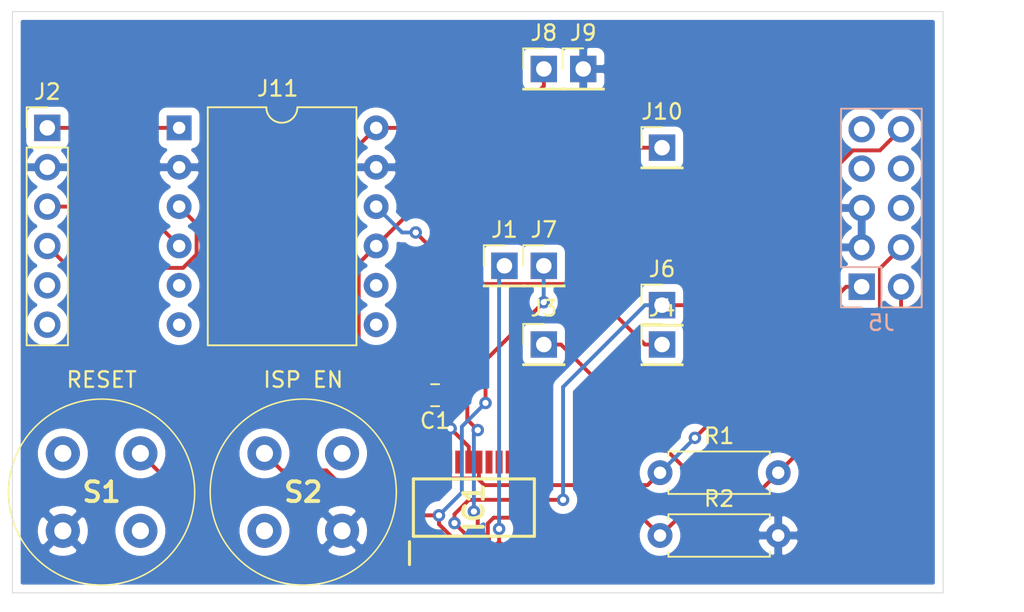
<source format=kicad_pcb>
(kicad_pcb (version 20171130) (host pcbnew "(5.1.5)-3")

  (general
    (thickness 1.6)
    (drawings 6)
    (tracks 140)
    (zones 0)
    (modules 17)
    (nets 41)
  )

  (page A4)
  (layers
    (0 F.Cu signal)
    (31 B.Cu signal)
    (32 B.Adhes user)
    (33 F.Adhes user)
    (34 B.Paste user)
    (35 F.Paste user)
    (36 B.SilkS user)
    (37 F.SilkS user)
    (38 B.Mask user)
    (39 F.Mask user)
    (40 Dwgs.User user)
    (41 Cmts.User user)
    (42 Eco1.User user)
    (43 Eco2.User user)
    (44 Edge.Cuts user)
    (45 Margin user)
    (46 B.CrtYd user)
    (47 F.CrtYd user)
    (48 B.Fab user)
    (49 F.Fab user)
  )

  (setup
    (last_trace_width 0.25)
    (trace_clearance 0.2)
    (zone_clearance 0.508)
    (zone_45_only no)
    (trace_min 0.2)
    (via_size 0.8)
    (via_drill 0.4)
    (via_min_size 0.4)
    (via_min_drill 0.3)
    (uvia_size 0.3)
    (uvia_drill 0.1)
    (uvias_allowed no)
    (uvia_min_size 0.2)
    (uvia_min_drill 0.1)
    (edge_width 0.05)
    (segment_width 0.2)
    (pcb_text_width 0.3)
    (pcb_text_size 1.5 1.5)
    (mod_edge_width 0.12)
    (mod_text_size 1 1)
    (mod_text_width 0.15)
    (pad_size 1.524 1.524)
    (pad_drill 0.762)
    (pad_to_mask_clearance 0.051)
    (solder_mask_min_width 0.25)
    (aux_axis_origin 0 0)
    (visible_elements 7FFFFFFF)
    (pcbplotparams
      (layerselection 0x010fc_ffffffff)
      (usegerberextensions false)
      (usegerberattributes false)
      (usegerberadvancedattributes false)
      (creategerberjobfile false)
      (excludeedgelayer true)
      (linewidth 0.100000)
      (plotframeref false)
      (viasonmask false)
      (mode 1)
      (useauxorigin false)
      (hpglpennumber 1)
      (hpglpenspeed 20)
      (hpglpendiameter 15.000000)
      (psnegative false)
      (psa4output false)
      (plotreference true)
      (plotvalue true)
      (plotinvisibletext false)
      (padsonsilk false)
      (subtractmaskfromsilk false)
      (outputformat 1)
      (mirror false)
      (drillshape 0)
      (scaleselection 1)
      (outputdirectory "output"))
  )

  (net 0 "")
  (net 1 "Net-(IC1-Pad24)")
  (net 2 "Net-(IC1-Pad23)")
  (net 3 "Net-(IC1-Pad22)")
  (net 4 +3V3)
  (net 5 "Net-(IC1-Pad20)")
  (net 6 GND)
  (net 7 "Net-(IC1-Pad17)")
  (net 8 "Net-(IC1-Pad16)")
  (net 9 "Net-(IC1-Pad15)")
  (net 10 "Net-(IC1-Pad14)")
  (net 11 "Net-(IC1-Pad13)")
  (net 12 "Net-(IC1-Pad12)")
  (net 13 "Net-(IC1-Pad11)")
  (net 14 "Net-(IC1-Pad10)")
  (net 15 "Net-(IC1-Pad9)")
  (net 16 "Net-(IC1-Pad8)")
  (net 17 "Net-(IC1-Pad7)")
  (net 18 "Net-(IC1-Pad6)")
  (net 19 "Net-(IC1-Pad5)")
  (net 20 "Net-(IC1-Pad4)")
  (net 21 "Net-(IC1-Pad3)")
  (net 22 "Net-(IC1-Pad2)")
  (net 23 "Net-(IC1-Pad1)")
  (net 24 /TX)
  (net 25 /RX)
  (net 26 /V+)
  (net 27 "Net-(J5-Pad9)")
  (net 28 "Net-(J5-Pad8)")
  (net 29 "Net-(J5-Pad7)")
  (net 30 "Net-(J5-Pad6)")
  (net 31 "Net-(J11-Pad6)")
  (net 32 "Net-(J11-Pad5)")
  (net 33 "Net-(J11-Pad8)")
  (net 34 "Net-(J11-Pad7)")
  (net 35 /CTS)
  (net 36 /RTS)
  (net 37 "Net-(S1-Pad4)")
  (net 38 "Net-(S1-Pad1)")
  (net 39 "Net-(S2-Pad3)")
  (net 40 "Net-(S2-Pad2)")

  (net_class Default "This is the default net class."
    (clearance 0.2)
    (trace_width 0.25)
    (via_dia 0.8)
    (via_drill 0.4)
    (uvia_dia 0.3)
    (uvia_drill 0.1)
    (add_net +3V3)
    (add_net /CTS)
    (add_net /RTS)
    (add_net /RX)
    (add_net /TX)
    (add_net /V+)
    (add_net GND)
    (add_net "Net-(IC1-Pad1)")
    (add_net "Net-(IC1-Pad10)")
    (add_net "Net-(IC1-Pad11)")
    (add_net "Net-(IC1-Pad12)")
    (add_net "Net-(IC1-Pad13)")
    (add_net "Net-(IC1-Pad14)")
    (add_net "Net-(IC1-Pad15)")
    (add_net "Net-(IC1-Pad16)")
    (add_net "Net-(IC1-Pad17)")
    (add_net "Net-(IC1-Pad2)")
    (add_net "Net-(IC1-Pad20)")
    (add_net "Net-(IC1-Pad22)")
    (add_net "Net-(IC1-Pad23)")
    (add_net "Net-(IC1-Pad24)")
    (add_net "Net-(IC1-Pad3)")
    (add_net "Net-(IC1-Pad4)")
    (add_net "Net-(IC1-Pad5)")
    (add_net "Net-(IC1-Pad6)")
    (add_net "Net-(IC1-Pad7)")
    (add_net "Net-(IC1-Pad8)")
    (add_net "Net-(IC1-Pad9)")
    (add_net "Net-(J11-Pad5)")
    (add_net "Net-(J11-Pad6)")
    (add_net "Net-(J11-Pad7)")
    (add_net "Net-(J11-Pad8)")
    (add_net "Net-(J5-Pad6)")
    (add_net "Net-(J5-Pad7)")
    (add_net "Net-(J5-Pad8)")
    (add_net "Net-(J5-Pad9)")
    (add_net "Net-(S1-Pad1)")
    (add_net "Net-(S1-Pad4)")
    (add_net "Net-(S2-Pad2)")
    (add_net "Net-(S2-Pad3)")
  )

  (module SamacSys_Parts:D6R00F2LFS (layer F.Cu) (tedit 0) (tstamp 5E47D5F4)
    (at 93.75 101)
    (descr D6R00F2LFS-1)
    (tags Switch)
    (path /5E4C7BE6)
    (fp_text reference S2 (at 2.5 2.5) (layer F.SilkS)
      (effects (font (size 1.27 1.27) (thickness 0.254)))
    )
    (fp_text value D6R00F2LFS (at 2.5 2.5) (layer F.SilkS) hide
      (effects (font (size 1.27 1.27) (thickness 0.254)))
    )
    (fp_arc (start 2.5 2.5) (end 8.5 2.5) (angle -180) (layer F.SilkS) (width 0.1))
    (fp_arc (start 2.5 2.5) (end -3.5 2.5) (angle -180) (layer F.SilkS) (width 0.1))
    (fp_arc (start 2.5 2.5) (end 8.5 2.5) (angle -180) (layer F.Fab) (width 0.2))
    (fp_arc (start 2.5 2.5) (end -3.5 2.5) (angle -180) (layer F.Fab) (width 0.2))
    (fp_line (start 8.5 2.5) (end 8.5 2.5) (layer F.SilkS) (width 0.1))
    (fp_line (start -3.5 2.5) (end -3.5 2.5) (layer F.SilkS) (width 0.1))
    (fp_line (start 8.5 2.5) (end 8.5 2.5) (layer F.Fab) (width 0.2))
    (fp_line (start -3.5 2.5) (end -3.5 2.5) (layer F.Fab) (width 0.2))
    (fp_line (start -4 9) (end -4 -4) (layer F.CrtYd) (width 0.1))
    (fp_line (start 9 9) (end -4 9) (layer F.CrtYd) (width 0.1))
    (fp_line (start 9 -4) (end 9 9) (layer F.CrtYd) (width 0.1))
    (fp_line (start -4 -4) (end 9 -4) (layer F.CrtYd) (width 0.1))
    (fp_text user %R (at 2.5 2.5) (layer F.Fab)
      (effects (font (size 1.27 1.27) (thickness 0.254)))
    )
    (pad 4 thru_hole circle (at 5 5) (size 2.2 2.2) (drill 1.1) (layers *.Cu *.Mask)
      (net 6 GND))
    (pad 3 thru_hole circle (at 0 5) (size 2.2 2.2) (drill 1.1) (layers *.Cu *.Mask)
      (net 39 "Net-(S2-Pad3)"))
    (pad 2 thru_hole circle (at 5 0) (size 2.2 2.2) (drill 1.1) (layers *.Cu *.Mask)
      (net 40 "Net-(S2-Pad2)"))
    (pad 1 thru_hole circle (at 0 0) (size 2.2 2.2) (drill 1.1) (layers *.Cu *.Mask)
      (net 19 "Net-(IC1-Pad5)"))
  )

  (module SamacSys_Parts:D6R00F2LFS (layer F.Cu) (tedit 0) (tstamp 5E47D5DF)
    (at 80.75 101)
    (descr D6R00F2LFS-1)
    (tags Switch)
    (path /5E4C8D1B)
    (fp_text reference S1 (at 2.5 2.5) (layer F.SilkS)
      (effects (font (size 1.27 1.27) (thickness 0.254)))
    )
    (fp_text value D6R00F2LFS (at 2.5 2.5) (layer F.SilkS) hide
      (effects (font (size 1.27 1.27) (thickness 0.254)))
    )
    (fp_arc (start 2.5 2.5) (end 8.5 2.5) (angle -180) (layer F.SilkS) (width 0.1))
    (fp_arc (start 2.5 2.5) (end -3.5 2.5) (angle -180) (layer F.SilkS) (width 0.1))
    (fp_arc (start 2.5 2.5) (end 8.5 2.5) (angle -180) (layer F.Fab) (width 0.2))
    (fp_arc (start 2.5 2.5) (end -3.5 2.5) (angle -180) (layer F.Fab) (width 0.2))
    (fp_line (start 8.5 2.5) (end 8.5 2.5) (layer F.SilkS) (width 0.1))
    (fp_line (start -3.5 2.5) (end -3.5 2.5) (layer F.SilkS) (width 0.1))
    (fp_line (start 8.5 2.5) (end 8.5 2.5) (layer F.Fab) (width 0.2))
    (fp_line (start -3.5 2.5) (end -3.5 2.5) (layer F.Fab) (width 0.2))
    (fp_line (start -4 9) (end -4 -4) (layer F.CrtYd) (width 0.1))
    (fp_line (start 9 9) (end -4 9) (layer F.CrtYd) (width 0.1))
    (fp_line (start 9 -4) (end 9 9) (layer F.CrtYd) (width 0.1))
    (fp_line (start -4 -4) (end 9 -4) (layer F.CrtYd) (width 0.1))
    (fp_text user %R (at 2.5 2.5) (layer F.Fab)
      (effects (font (size 1.27 1.27) (thickness 0.254)))
    )
    (pad 4 thru_hole circle (at 5 5) (size 2.2 2.2) (drill 1.1) (layers *.Cu *.Mask)
      (net 37 "Net-(S1-Pad4)"))
    (pad 3 thru_hole circle (at 0 5) (size 2.2 2.2) (drill 1.1) (layers *.Cu *.Mask)
      (net 6 GND))
    (pad 2 thru_hole circle (at 5 0) (size 2.2 2.2) (drill 1.1) (layers *.Cu *.Mask)
      (net 18 "Net-(IC1-Pad6)"))
    (pad 1 thru_hole circle (at 0 0) (size 2.2 2.2) (drill 1.1) (layers *.Cu *.Mask)
      (net 38 "Net-(S1-Pad1)"))
  )

  (module Capacitor_SMD:C_0805_2012Metric_Pad1.15x1.40mm_HandSolder (layer F.Cu) (tedit 5B36C52B) (tstamp 5E47C9EB)
    (at 104.75 97.25 180)
    (descr "Capacitor SMD 0805 (2012 Metric), square (rectangular) end terminal, IPC_7351 nominal with elongated pad for handsoldering. (Body size source: https://docs.google.com/spreadsheets/d/1BsfQQcO9C6DZCsRaXUlFlo91Tg2WpOkGARC1WS5S8t0/edit?usp=sharing), generated with kicad-footprint-generator")
    (tags "capacitor handsolder")
    (path /5E4B25B5)
    (attr smd)
    (fp_text reference C1 (at 0 -1.65) (layer F.SilkS)
      (effects (font (size 1 1) (thickness 0.15)))
    )
    (fp_text value C (at 0 1.65) (layer F.Fab)
      (effects (font (size 1 1) (thickness 0.15)))
    )
    (fp_text user %R (at 0 0) (layer F.Fab)
      (effects (font (size 0.5 0.5) (thickness 0.08)))
    )
    (fp_line (start 1.85 0.95) (end -1.85 0.95) (layer F.CrtYd) (width 0.05))
    (fp_line (start 1.85 -0.95) (end 1.85 0.95) (layer F.CrtYd) (width 0.05))
    (fp_line (start -1.85 -0.95) (end 1.85 -0.95) (layer F.CrtYd) (width 0.05))
    (fp_line (start -1.85 0.95) (end -1.85 -0.95) (layer F.CrtYd) (width 0.05))
    (fp_line (start -0.261252 0.71) (end 0.261252 0.71) (layer F.SilkS) (width 0.12))
    (fp_line (start -0.261252 -0.71) (end 0.261252 -0.71) (layer F.SilkS) (width 0.12))
    (fp_line (start 1 0.6) (end -1 0.6) (layer F.Fab) (width 0.1))
    (fp_line (start 1 -0.6) (end 1 0.6) (layer F.Fab) (width 0.1))
    (fp_line (start -1 -0.6) (end 1 -0.6) (layer F.Fab) (width 0.1))
    (fp_line (start -1 0.6) (end -1 -0.6) (layer F.Fab) (width 0.1))
    (pad 2 smd roundrect (at 1.025 0 180) (size 1.15 1.4) (layers F.Cu F.Paste F.Mask) (roundrect_rratio 0.217391)
      (net 4 +3V3))
    (pad 1 smd roundrect (at -1.025 0 180) (size 1.15 1.4) (layers F.Cu F.Paste F.Mask) (roundrect_rratio 0.217391)
      (net 6 GND))
    (model ${KISYS3DMOD}/Capacitor_SMD.3dshapes/C_0805_2012Metric.wrl
      (at (xyz 0 0 0))
      (scale (xyz 1 1 1))
      (rotate (xyz 0 0 0))
    )
  )

  (module Resistor_THT:R_Axial_DIN0207_L6.3mm_D2.5mm_P7.62mm_Horizontal (layer F.Cu) (tedit 5AE5139B) (tstamp 5E47C138)
    (at 119.25 106.3)
    (descr "Resistor, Axial_DIN0207 series, Axial, Horizontal, pin pitch=7.62mm, 0.25W = 1/4W, length*diameter=6.3*2.5mm^2, http://cdn-reichelt.de/documents/datenblatt/B400/1_4W%23YAG.pdf")
    (tags "Resistor Axial_DIN0207 series Axial Horizontal pin pitch 7.62mm 0.25W = 1/4W length 6.3mm diameter 2.5mm")
    (path /5E4A5F13)
    (fp_text reference R2 (at 3.81 -2.37) (layer F.SilkS)
      (effects (font (size 1 1) (thickness 0.15)))
    )
    (fp_text value 10K (at 3.81 2.37) (layer F.Fab)
      (effects (font (size 1 1) (thickness 0.15)))
    )
    (fp_text user %R (at 3.81 0) (layer F.Fab)
      (effects (font (size 1 1) (thickness 0.15)))
    )
    (fp_line (start 8.67 -1.5) (end -1.05 -1.5) (layer F.CrtYd) (width 0.05))
    (fp_line (start 8.67 1.5) (end 8.67 -1.5) (layer F.CrtYd) (width 0.05))
    (fp_line (start -1.05 1.5) (end 8.67 1.5) (layer F.CrtYd) (width 0.05))
    (fp_line (start -1.05 -1.5) (end -1.05 1.5) (layer F.CrtYd) (width 0.05))
    (fp_line (start 7.08 1.37) (end 7.08 1.04) (layer F.SilkS) (width 0.12))
    (fp_line (start 0.54 1.37) (end 7.08 1.37) (layer F.SilkS) (width 0.12))
    (fp_line (start 0.54 1.04) (end 0.54 1.37) (layer F.SilkS) (width 0.12))
    (fp_line (start 7.08 -1.37) (end 7.08 -1.04) (layer F.SilkS) (width 0.12))
    (fp_line (start 0.54 -1.37) (end 7.08 -1.37) (layer F.SilkS) (width 0.12))
    (fp_line (start 0.54 -1.04) (end 0.54 -1.37) (layer F.SilkS) (width 0.12))
    (fp_line (start 7.62 0) (end 6.96 0) (layer F.Fab) (width 0.1))
    (fp_line (start 0 0) (end 0.66 0) (layer F.Fab) (width 0.1))
    (fp_line (start 6.96 -1.25) (end 0.66 -1.25) (layer F.Fab) (width 0.1))
    (fp_line (start 6.96 1.25) (end 6.96 -1.25) (layer F.Fab) (width 0.1))
    (fp_line (start 0.66 1.25) (end 6.96 1.25) (layer F.Fab) (width 0.1))
    (fp_line (start 0.66 -1.25) (end 0.66 1.25) (layer F.Fab) (width 0.1))
    (pad 2 thru_hole oval (at 7.62 0) (size 1.6 1.6) (drill 0.8) (layers *.Cu *.Mask)
      (net 6 GND))
    (pad 1 thru_hole circle (at 0 0) (size 1.6 1.6) (drill 0.8) (layers *.Cu *.Mask)
      (net 16 "Net-(IC1-Pad8)"))
    (model ${KISYS3DMOD}/Resistor_THT.3dshapes/R_Axial_DIN0207_L6.3mm_D2.5mm_P7.62mm_Horizontal.wrl
      (at (xyz 0 0 0))
      (scale (xyz 1 1 1))
      (rotate (xyz 0 0 0))
    )
  )

  (module Resistor_THT:R_Axial_DIN0207_L6.3mm_D2.5mm_P7.62mm_Horizontal (layer F.Cu) (tedit 5AE5139B) (tstamp 5E47C121)
    (at 119.25 102.25)
    (descr "Resistor, Axial_DIN0207 series, Axial, Horizontal, pin pitch=7.62mm, 0.25W = 1/4W, length*diameter=6.3*2.5mm^2, http://cdn-reichelt.de/documents/datenblatt/B400/1_4W%23YAG.pdf")
    (tags "Resistor Axial_DIN0207 series Axial Horizontal pin pitch 7.62mm 0.25W = 1/4W length 6.3mm diameter 2.5mm")
    (path /5E4A6C31)
    (fp_text reference R1 (at 3.81 -2.37) (layer F.SilkS)
      (effects (font (size 1 1) (thickness 0.15)))
    )
    (fp_text value 10K (at 3.81 2.37) (layer F.Fab)
      (effects (font (size 1 1) (thickness 0.15)))
    )
    (fp_text user %R (at 3.81 0) (layer F.Fab)
      (effects (font (size 1 1) (thickness 0.15)))
    )
    (fp_line (start 8.67 -1.5) (end -1.05 -1.5) (layer F.CrtYd) (width 0.05))
    (fp_line (start 8.67 1.5) (end 8.67 -1.5) (layer F.CrtYd) (width 0.05))
    (fp_line (start -1.05 1.5) (end 8.67 1.5) (layer F.CrtYd) (width 0.05))
    (fp_line (start -1.05 -1.5) (end -1.05 1.5) (layer F.CrtYd) (width 0.05))
    (fp_line (start 7.08 1.37) (end 7.08 1.04) (layer F.SilkS) (width 0.12))
    (fp_line (start 0.54 1.37) (end 7.08 1.37) (layer F.SilkS) (width 0.12))
    (fp_line (start 0.54 1.04) (end 0.54 1.37) (layer F.SilkS) (width 0.12))
    (fp_line (start 7.08 -1.37) (end 7.08 -1.04) (layer F.SilkS) (width 0.12))
    (fp_line (start 0.54 -1.37) (end 7.08 -1.37) (layer F.SilkS) (width 0.12))
    (fp_line (start 0.54 -1.04) (end 0.54 -1.37) (layer F.SilkS) (width 0.12))
    (fp_line (start 7.62 0) (end 6.96 0) (layer F.Fab) (width 0.1))
    (fp_line (start 0 0) (end 0.66 0) (layer F.Fab) (width 0.1))
    (fp_line (start 6.96 -1.25) (end 0.66 -1.25) (layer F.Fab) (width 0.1))
    (fp_line (start 6.96 1.25) (end 6.96 -1.25) (layer F.Fab) (width 0.1))
    (fp_line (start 0.66 1.25) (end 6.96 1.25) (layer F.Fab) (width 0.1))
    (fp_line (start 0.66 -1.25) (end 0.66 1.25) (layer F.Fab) (width 0.1))
    (pad 2 thru_hole oval (at 7.62 0) (size 1.6 1.6) (drill 0.8) (layers *.Cu *.Mask)
      (net 15 "Net-(IC1-Pad9)"))
    (pad 1 thru_hole circle (at 0 0) (size 1.6 1.6) (drill 0.8) (layers *.Cu *.Mask)
      (net 4 +3V3))
    (model ${KISYS3DMOD}/Resistor_THT.3dshapes/R_Axial_DIN0207_L6.3mm_D2.5mm_P7.62mm_Horizontal.wrl
      (at (xyz 0 0 0))
      (scale (xyz 1 1 1))
      (rotate (xyz 0 0 0))
    )
  )

  (module Connector_PinHeader_2.54mm:PinHeader_1x06_P2.54mm_Vertical (layer F.Cu) (tedit 59FED5CC) (tstamp 5E47A92E)
    (at 79.75 80)
    (descr "Through hole straight pin header, 1x06, 2.54mm pitch, single row")
    (tags "Through hole pin header THT 1x06 2.54mm single row")
    (path /5E47E7BF)
    (fp_text reference J2 (at 0 -2.33) (layer F.SilkS)
      (effects (font (size 1 1) (thickness 0.15)))
    )
    (fp_text value SERIAL (at 0 15.03) (layer F.Fab)
      (effects (font (size 1 1) (thickness 0.15)))
    )
    (fp_text user %R (at 0 6.35 90) (layer F.Fab)
      (effects (font (size 1 1) (thickness 0.15)))
    )
    (fp_line (start 1.8 -1.8) (end -1.8 -1.8) (layer F.CrtYd) (width 0.05))
    (fp_line (start 1.8 14.5) (end 1.8 -1.8) (layer F.CrtYd) (width 0.05))
    (fp_line (start -1.8 14.5) (end 1.8 14.5) (layer F.CrtYd) (width 0.05))
    (fp_line (start -1.8 -1.8) (end -1.8 14.5) (layer F.CrtYd) (width 0.05))
    (fp_line (start -1.33 -1.33) (end 0 -1.33) (layer F.SilkS) (width 0.12))
    (fp_line (start -1.33 0) (end -1.33 -1.33) (layer F.SilkS) (width 0.12))
    (fp_line (start -1.33 1.27) (end 1.33 1.27) (layer F.SilkS) (width 0.12))
    (fp_line (start 1.33 1.27) (end 1.33 14.03) (layer F.SilkS) (width 0.12))
    (fp_line (start -1.33 1.27) (end -1.33 14.03) (layer F.SilkS) (width 0.12))
    (fp_line (start -1.33 14.03) (end 1.33 14.03) (layer F.SilkS) (width 0.12))
    (fp_line (start -1.27 -0.635) (end -0.635 -1.27) (layer F.Fab) (width 0.1))
    (fp_line (start -1.27 13.97) (end -1.27 -0.635) (layer F.Fab) (width 0.1))
    (fp_line (start 1.27 13.97) (end -1.27 13.97) (layer F.Fab) (width 0.1))
    (fp_line (start 1.27 -1.27) (end 1.27 13.97) (layer F.Fab) (width 0.1))
    (fp_line (start -0.635 -1.27) (end 1.27 -1.27) (layer F.Fab) (width 0.1))
    (pad 6 thru_hole oval (at 0 12.7) (size 1.7 1.7) (drill 1) (layers *.Cu *.Mask)
      (net 35 /CTS))
    (pad 5 thru_hole oval (at 0 10.16) (size 1.7 1.7) (drill 1) (layers *.Cu *.Mask)
      (net 36 /RTS))
    (pad 4 thru_hole oval (at 0 7.62) (size 1.7 1.7) (drill 1) (layers *.Cu *.Mask)
      (net 25 /RX))
    (pad 3 thru_hole oval (at 0 5.08) (size 1.7 1.7) (drill 1) (layers *.Cu *.Mask)
      (net 24 /TX))
    (pad 2 thru_hole oval (at 0 2.54) (size 1.7 1.7) (drill 1) (layers *.Cu *.Mask)
      (net 6 GND))
    (pad 1 thru_hole rect (at 0 0) (size 1.7 1.7) (drill 1) (layers *.Cu *.Mask)
      (net 26 /V+))
    (model ${KISYS3DMOD}/Connector_PinHeader_2.54mm.3dshapes/PinHeader_1x06_P2.54mm_Vertical.wrl
      (at (xyz 0 0 0))
      (scale (xyz 1 1 1))
      (rotate (xyz 0 0 0))
    )
  )

  (module Package_DIP:DIP-12_W10.16mm (layer F.Cu) (tedit 5E475511) (tstamp 5E47AA01)
    (at 88.25 80)
    (descr "12-lead though-hole mounted DIP package, row spacing 10.16 mm (400 mils)")
    (tags "THT DIP DIL PDIP 2.54mm 10.16mm 400mil")
    (path /5E49351B)
    (fp_text reference J11 (at 6.35 -2.54) (layer F.SilkS)
      (effects (font (size 1 1) (thickness 0.15)))
    )
    (fp_text value Conn_02x06_Counter_Clockwise (at 5.08 15.03) (layer F.Fab)
      (effects (font (size 1 1) (thickness 0.15)))
    )
    (fp_text user %R (at 6.35 6.35) (layer F.Fab)
      (effects (font (size 1 1) (thickness 0.15)))
    )
    (fp_line (start 13.97 -1.55) (end -1.05 -1.55) (layer F.CrtYd) (width 0.05))
    (fp_line (start 13.97 14.25) (end 13.97 -1.55) (layer F.CrtYd) (width 0.05))
    (fp_line (start -1.05 14.25) (end 13.97 14.25) (layer F.CrtYd) (width 0.05))
    (fp_line (start -1.05 -1.55) (end -1.05 14.25) (layer F.CrtYd) (width 0.05))
    (fp_line (start 11.43 -1.33) (end 7.62 -1.33) (layer F.SilkS) (width 0.12))
    (fp_line (start 11.43 14.03) (end 11.43 -1.33) (layer F.SilkS) (width 0.12))
    (fp_line (start 1.845 14.03) (end 11.43 14.03) (layer F.SilkS) (width 0.12))
    (fp_line (start 1.845 -1.33) (end 1.845 14.03) (layer F.SilkS) (width 0.12))
    (fp_line (start 5.62 -1.33) (end 1.845 -1.33) (layer F.SilkS) (width 0.12))
    (fp_line (start 1.905 -0.27) (end 2.905 -1.27) (layer F.Fab) (width 0.1))
    (fp_line (start 1.905 13.97) (end 1.905 -0.27) (layer F.Fab) (width 0.1))
    (fp_line (start 11.43 13.97) (end 1.905 13.97) (layer F.Fab) (width 0.1))
    (fp_line (start 11.43 -1.27) (end 11.43 13.97) (layer F.Fab) (width 0.1))
    (fp_line (start 2.905 -1.27) (end 11.43 -1.27) (layer F.Fab) (width 0.1))
    (fp_arc (start 6.62 -1.33) (end 5.62 -1.33) (angle -180) (layer F.SilkS) (width 0.12))
    (pad 12 thru_hole oval (at 12.7 0) (size 1.6 1.6) (drill 0.8) (layers *.Cu *.Mask)
      (net 4 +3V3))
    (pad 6 thru_hole oval (at 0 12.7) (size 1.6 1.6) (drill 0.8) (layers *.Cu *.Mask)
      (net 31 "Net-(J11-Pad6)"))
    (pad 11 thru_hole oval (at 12.7 2.54) (size 1.6 1.6) (drill 0.8) (layers *.Cu *.Mask)
      (net 6 GND))
    (pad 5 thru_hole oval (at 0 10.16) (size 1.6 1.6) (drill 0.8) (layers *.Cu *.Mask)
      (net 32 "Net-(J11-Pad5)"))
    (pad 10 thru_hole oval (at 12.7 5.08) (size 1.6 1.6) (drill 0.8) (layers *.Cu *.Mask)
      (net 17 "Net-(IC1-Pad7)"))
    (pad 4 thru_hole oval (at 0 7.62) (size 1.6 1.6) (drill 0.8) (layers *.Cu *.Mask)
      (net 24 /TX))
    (pad 9 thru_hole oval (at 12.7 7.62) (size 1.6 1.6) (drill 0.8) (layers *.Cu *.Mask)
      (net 3 "Net-(IC1-Pad22)"))
    (pad 3 thru_hole oval (at 0 5.08) (size 1.6 1.6) (drill 0.8) (layers *.Cu *.Mask)
      (net 25 /RX))
    (pad 8 thru_hole oval (at 12.7 10.16) (size 1.6 1.6) (drill 0.8) (layers *.Cu *.Mask)
      (net 33 "Net-(J11-Pad8)"))
    (pad 2 thru_hole oval (at 0 2.54) (size 1.6 1.6) (drill 0.8) (layers *.Cu *.Mask)
      (net 6 GND))
    (pad 7 thru_hole oval (at 12.7 12.7) (size 1.6 1.6) (drill 0.8) (layers *.Cu *.Mask)
      (net 34 "Net-(J11-Pad7)"))
    (pad 1 thru_hole rect (at 0 0) (size 1.6 1.6) (drill 0.8) (layers *.Cu *.Mask)
      (net 26 /V+))
    (model ${KISYS3DMOD}/Package_DIP.3dshapes/DIP-12_W10.16mm.wrl
      (at (xyz 0 0 0))
      (scale (xyz 1 1 1))
      (rotate (xyz 0 0 0))
    )
  )

  (module Connector_PinHeader_2.54mm:PinHeader_1x01_P2.54mm_Vertical (layer F.Cu) (tedit 59FED5CC) (tstamp 5E47A9E1)
    (at 119.38 81.28)
    (descr "Through hole straight pin header, 1x01, 2.54mm pitch, single row")
    (tags "Through hole pin header THT 1x01 2.54mm single row")
    (path /5E478C09)
    (fp_text reference J10 (at 0 -2.33) (layer F.SilkS)
      (effects (font (size 1 1) (thickness 0.15)))
    )
    (fp_text value ISP_RX (at 0 2.33) (layer F.Fab)
      (effects (font (size 1 1) (thickness 0.15)))
    )
    (fp_text user %R (at 0 0 90) (layer F.Fab)
      (effects (font (size 1 1) (thickness 0.15)))
    )
    (fp_line (start 1.8 -1.8) (end -1.8 -1.8) (layer F.CrtYd) (width 0.05))
    (fp_line (start 1.8 1.8) (end 1.8 -1.8) (layer F.CrtYd) (width 0.05))
    (fp_line (start -1.8 1.8) (end 1.8 1.8) (layer F.CrtYd) (width 0.05))
    (fp_line (start -1.8 -1.8) (end -1.8 1.8) (layer F.CrtYd) (width 0.05))
    (fp_line (start -1.33 -1.33) (end 0 -1.33) (layer F.SilkS) (width 0.12))
    (fp_line (start -1.33 0) (end -1.33 -1.33) (layer F.SilkS) (width 0.12))
    (fp_line (start -1.33 1.27) (end 1.33 1.27) (layer F.SilkS) (width 0.12))
    (fp_line (start 1.33 1.27) (end 1.33 1.33) (layer F.SilkS) (width 0.12))
    (fp_line (start -1.33 1.27) (end -1.33 1.33) (layer F.SilkS) (width 0.12))
    (fp_line (start -1.33 1.33) (end 1.33 1.33) (layer F.SilkS) (width 0.12))
    (fp_line (start -1.27 -0.635) (end -0.635 -1.27) (layer F.Fab) (width 0.1))
    (fp_line (start -1.27 1.27) (end -1.27 -0.635) (layer F.Fab) (width 0.1))
    (fp_line (start 1.27 1.27) (end -1.27 1.27) (layer F.Fab) (width 0.1))
    (fp_line (start 1.27 -1.27) (end 1.27 1.27) (layer F.Fab) (width 0.1))
    (fp_line (start -0.635 -1.27) (end 1.27 -1.27) (layer F.Fab) (width 0.1))
    (pad 1 thru_hole rect (at 0 0) (size 1.7 1.7) (drill 1) (layers *.Cu *.Mask)
      (net 3 "Net-(IC1-Pad22)"))
    (model ${KISYS3DMOD}/Connector_PinHeader_2.54mm.3dshapes/PinHeader_1x01_P2.54mm_Vertical.wrl
      (at (xyz 0 0 0))
      (scale (xyz 1 1 1))
      (rotate (xyz 0 0 0))
    )
  )

  (module Connector_PinHeader_2.54mm:PinHeader_1x01_P2.54mm_Vertical (layer F.Cu) (tedit 59FED5CC) (tstamp 5E47A9CC)
    (at 114.3 76.2)
    (descr "Through hole straight pin header, 1x01, 2.54mm pitch, single row")
    (tags "Through hole pin header THT 1x01 2.54mm single row")
    (path /5E478AD3)
    (fp_text reference J9 (at 0 -2.33) (layer F.SilkS)
      (effects (font (size 1 1) (thickness 0.15)))
    )
    (fp_text value GND (at 0 2.33) (layer F.Fab)
      (effects (font (size 1 1) (thickness 0.15)))
    )
    (fp_text user %R (at 0 0 90) (layer F.Fab)
      (effects (font (size 1 1) (thickness 0.15)))
    )
    (fp_line (start 1.8 -1.8) (end -1.8 -1.8) (layer F.CrtYd) (width 0.05))
    (fp_line (start 1.8 1.8) (end 1.8 -1.8) (layer F.CrtYd) (width 0.05))
    (fp_line (start -1.8 1.8) (end 1.8 1.8) (layer F.CrtYd) (width 0.05))
    (fp_line (start -1.8 -1.8) (end -1.8 1.8) (layer F.CrtYd) (width 0.05))
    (fp_line (start -1.33 -1.33) (end 0 -1.33) (layer F.SilkS) (width 0.12))
    (fp_line (start -1.33 0) (end -1.33 -1.33) (layer F.SilkS) (width 0.12))
    (fp_line (start -1.33 1.27) (end 1.33 1.27) (layer F.SilkS) (width 0.12))
    (fp_line (start 1.33 1.27) (end 1.33 1.33) (layer F.SilkS) (width 0.12))
    (fp_line (start -1.33 1.27) (end -1.33 1.33) (layer F.SilkS) (width 0.12))
    (fp_line (start -1.33 1.33) (end 1.33 1.33) (layer F.SilkS) (width 0.12))
    (fp_line (start -1.27 -0.635) (end -0.635 -1.27) (layer F.Fab) (width 0.1))
    (fp_line (start -1.27 1.27) (end -1.27 -0.635) (layer F.Fab) (width 0.1))
    (fp_line (start 1.27 1.27) (end -1.27 1.27) (layer F.Fab) (width 0.1))
    (fp_line (start 1.27 -1.27) (end 1.27 1.27) (layer F.Fab) (width 0.1))
    (fp_line (start -0.635 -1.27) (end 1.27 -1.27) (layer F.Fab) (width 0.1))
    (pad 1 thru_hole rect (at 0 0) (size 1.7 1.7) (drill 1) (layers *.Cu *.Mask)
      (net 6 GND))
    (model ${KISYS3DMOD}/Connector_PinHeader_2.54mm.3dshapes/PinHeader_1x01_P2.54mm_Vertical.wrl
      (at (xyz 0 0 0))
      (scale (xyz 1 1 1))
      (rotate (xyz 0 0 0))
    )
  )

  (module Connector_PinHeader_2.54mm:PinHeader_1x01_P2.54mm_Vertical (layer F.Cu) (tedit 59FED5CC) (tstamp 5E47A9B7)
    (at 111.76 76.2)
    (descr "Through hole straight pin header, 1x01, 2.54mm pitch, single row")
    (tags "Through hole pin header THT 1x01 2.54mm single row")
    (path /5E47890D)
    (fp_text reference J8 (at 0 -2.33) (layer F.SilkS)
      (effects (font (size 1 1) (thickness 0.15)))
    )
    (fp_text value 3.3V (at 0 2.33) (layer F.Fab)
      (effects (font (size 1 1) (thickness 0.15)))
    )
    (fp_text user %R (at 0 0 90) (layer F.Fab)
      (effects (font (size 1 1) (thickness 0.15)))
    )
    (fp_line (start 1.8 -1.8) (end -1.8 -1.8) (layer F.CrtYd) (width 0.05))
    (fp_line (start 1.8 1.8) (end 1.8 -1.8) (layer F.CrtYd) (width 0.05))
    (fp_line (start -1.8 1.8) (end 1.8 1.8) (layer F.CrtYd) (width 0.05))
    (fp_line (start -1.8 -1.8) (end -1.8 1.8) (layer F.CrtYd) (width 0.05))
    (fp_line (start -1.33 -1.33) (end 0 -1.33) (layer F.SilkS) (width 0.12))
    (fp_line (start -1.33 0) (end -1.33 -1.33) (layer F.SilkS) (width 0.12))
    (fp_line (start -1.33 1.27) (end 1.33 1.27) (layer F.SilkS) (width 0.12))
    (fp_line (start 1.33 1.27) (end 1.33 1.33) (layer F.SilkS) (width 0.12))
    (fp_line (start -1.33 1.27) (end -1.33 1.33) (layer F.SilkS) (width 0.12))
    (fp_line (start -1.33 1.33) (end 1.33 1.33) (layer F.SilkS) (width 0.12))
    (fp_line (start -1.27 -0.635) (end -0.635 -1.27) (layer F.Fab) (width 0.1))
    (fp_line (start -1.27 1.27) (end -1.27 -0.635) (layer F.Fab) (width 0.1))
    (fp_line (start 1.27 1.27) (end -1.27 1.27) (layer F.Fab) (width 0.1))
    (fp_line (start 1.27 -1.27) (end 1.27 1.27) (layer F.Fab) (width 0.1))
    (fp_line (start -0.635 -1.27) (end 1.27 -1.27) (layer F.Fab) (width 0.1))
    (pad 1 thru_hole rect (at 0 0) (size 1.7 1.7) (drill 1) (layers *.Cu *.Mask)
      (net 4 +3V3))
    (model ${KISYS3DMOD}/Connector_PinHeader_2.54mm.3dshapes/PinHeader_1x01_P2.54mm_Vertical.wrl
      (at (xyz 0 0 0))
      (scale (xyz 1 1 1))
      (rotate (xyz 0 0 0))
    )
  )

  (module Connector_PinHeader_2.54mm:PinHeader_1x01_P2.54mm_Vertical (layer F.Cu) (tedit 59FED5CC) (tstamp 5E47A9A2)
    (at 111.76 88.9)
    (descr "Through hole straight pin header, 1x01, 2.54mm pitch, single row")
    (tags "Through hole pin header THT 1x01 2.54mm single row")
    (path /5E476D31)
    (fp_text reference J7 (at 0 -2.33) (layer F.SilkS)
      (effects (font (size 1 1) (thickness 0.15)))
    )
    (fp_text value ISP_EN (at 0 2.33) (layer F.Fab)
      (effects (font (size 1 1) (thickness 0.15)))
    )
    (fp_text user %R (at 0 0 90) (layer F.Fab)
      (effects (font (size 1 1) (thickness 0.15)))
    )
    (fp_line (start 1.8 -1.8) (end -1.8 -1.8) (layer F.CrtYd) (width 0.05))
    (fp_line (start 1.8 1.8) (end 1.8 -1.8) (layer F.CrtYd) (width 0.05))
    (fp_line (start -1.8 1.8) (end 1.8 1.8) (layer F.CrtYd) (width 0.05))
    (fp_line (start -1.8 -1.8) (end -1.8 1.8) (layer F.CrtYd) (width 0.05))
    (fp_line (start -1.33 -1.33) (end 0 -1.33) (layer F.SilkS) (width 0.12))
    (fp_line (start -1.33 0) (end -1.33 -1.33) (layer F.SilkS) (width 0.12))
    (fp_line (start -1.33 1.27) (end 1.33 1.27) (layer F.SilkS) (width 0.12))
    (fp_line (start 1.33 1.27) (end 1.33 1.33) (layer F.SilkS) (width 0.12))
    (fp_line (start -1.33 1.27) (end -1.33 1.33) (layer F.SilkS) (width 0.12))
    (fp_line (start -1.33 1.33) (end 1.33 1.33) (layer F.SilkS) (width 0.12))
    (fp_line (start -1.27 -0.635) (end -0.635 -1.27) (layer F.Fab) (width 0.1))
    (fp_line (start -1.27 1.27) (end -1.27 -0.635) (layer F.Fab) (width 0.1))
    (fp_line (start 1.27 1.27) (end -1.27 1.27) (layer F.Fab) (width 0.1))
    (fp_line (start 1.27 -1.27) (end 1.27 1.27) (layer F.Fab) (width 0.1))
    (fp_line (start -0.635 -1.27) (end 1.27 -1.27) (layer F.Fab) (width 0.1))
    (pad 1 thru_hole rect (at 0 0) (size 1.7 1.7) (drill 1) (layers *.Cu *.Mask)
      (net 19 "Net-(IC1-Pad5)"))
    (model ${KISYS3DMOD}/Connector_PinHeader_2.54mm.3dshapes/PinHeader_1x01_P2.54mm_Vertical.wrl
      (at (xyz 0 0 0))
      (scale (xyz 1 1 1))
      (rotate (xyz 0 0 0))
    )
  )

  (module Connector_PinHeader_2.54mm:PinHeader_1x01_P2.54mm_Vertical (layer F.Cu) (tedit 59FED5CC) (tstamp 5E47A98D)
    (at 119.38 91.44)
    (descr "Through hole straight pin header, 1x01, 2.54mm pitch, single row")
    (tags "Through hole pin header THT 1x01 2.54mm single row")
    (path /5E478519)
    (fp_text reference J6 (at 0 -2.33) (layer F.SilkS)
      (effects (font (size 1 1) (thickness 0.15)))
    )
    (fp_text value RESET (at 0 2.33) (layer F.Fab)
      (effects (font (size 1 1) (thickness 0.15)))
    )
    (fp_text user %R (at 0 0 90) (layer F.Fab)
      (effects (font (size 1 1) (thickness 0.15)))
    )
    (fp_line (start 1.8 -1.8) (end -1.8 -1.8) (layer F.CrtYd) (width 0.05))
    (fp_line (start 1.8 1.8) (end 1.8 -1.8) (layer F.CrtYd) (width 0.05))
    (fp_line (start -1.8 1.8) (end 1.8 1.8) (layer F.CrtYd) (width 0.05))
    (fp_line (start -1.8 -1.8) (end -1.8 1.8) (layer F.CrtYd) (width 0.05))
    (fp_line (start -1.33 -1.33) (end 0 -1.33) (layer F.SilkS) (width 0.12))
    (fp_line (start -1.33 0) (end -1.33 -1.33) (layer F.SilkS) (width 0.12))
    (fp_line (start -1.33 1.27) (end 1.33 1.27) (layer F.SilkS) (width 0.12))
    (fp_line (start 1.33 1.27) (end 1.33 1.33) (layer F.SilkS) (width 0.12))
    (fp_line (start -1.33 1.27) (end -1.33 1.33) (layer F.SilkS) (width 0.12))
    (fp_line (start -1.33 1.33) (end 1.33 1.33) (layer F.SilkS) (width 0.12))
    (fp_line (start -1.27 -0.635) (end -0.635 -1.27) (layer F.Fab) (width 0.1))
    (fp_line (start -1.27 1.27) (end -1.27 -0.635) (layer F.Fab) (width 0.1))
    (fp_line (start 1.27 1.27) (end -1.27 1.27) (layer F.Fab) (width 0.1))
    (fp_line (start 1.27 -1.27) (end 1.27 1.27) (layer F.Fab) (width 0.1))
    (fp_line (start -0.635 -1.27) (end 1.27 -1.27) (layer F.Fab) (width 0.1))
    (pad 1 thru_hole rect (at 0 0) (size 1.7 1.7) (drill 1) (layers *.Cu *.Mask)
      (net 18 "Net-(IC1-Pad6)"))
    (model ${KISYS3DMOD}/Connector_PinHeader_2.54mm.3dshapes/PinHeader_1x01_P2.54mm_Vertical.wrl
      (at (xyz 0 0 0))
      (scale (xyz 1 1 1))
      (rotate (xyz 0 0 0))
    )
  )

  (module Connector_PinHeader_2.54mm:PinHeader_2x05_P2.54mm_Vertical (layer B.Cu) (tedit 59FED5CC) (tstamp 5E47A978)
    (at 132.25 90.25)
    (descr "Through hole straight pin header, 2x05, 2.54mm pitch, double rows")
    (tags "Through hole pin header THT 2x05 2.54mm double row")
    (path /5E4805B1)
    (fp_text reference J5 (at 1.27 2.33) (layer B.SilkS)
      (effects (font (size 1 1) (thickness 0.15)) (justify mirror))
    )
    (fp_text value Conn_ARM_JTAG_SWD_10 (at 1.27 -12.49) (layer B.Fab)
      (effects (font (size 1 1) (thickness 0.15)) (justify mirror))
    )
    (fp_text user %R (at 1.27 -5.08 -90) (layer B.Fab)
      (effects (font (size 1 1) (thickness 0.15)) (justify mirror))
    )
    (fp_line (start 4.35 1.8) (end -1.8 1.8) (layer B.CrtYd) (width 0.05))
    (fp_line (start 4.35 -11.95) (end 4.35 1.8) (layer B.CrtYd) (width 0.05))
    (fp_line (start -1.8 -11.95) (end 4.35 -11.95) (layer B.CrtYd) (width 0.05))
    (fp_line (start -1.8 1.8) (end -1.8 -11.95) (layer B.CrtYd) (width 0.05))
    (fp_line (start -1.33 1.33) (end 0 1.33) (layer B.SilkS) (width 0.12))
    (fp_line (start -1.33 0) (end -1.33 1.33) (layer B.SilkS) (width 0.12))
    (fp_line (start 1.27 1.33) (end 3.87 1.33) (layer B.SilkS) (width 0.12))
    (fp_line (start 1.27 -1.27) (end 1.27 1.33) (layer B.SilkS) (width 0.12))
    (fp_line (start -1.33 -1.27) (end 1.27 -1.27) (layer B.SilkS) (width 0.12))
    (fp_line (start 3.87 1.33) (end 3.87 -11.49) (layer B.SilkS) (width 0.12))
    (fp_line (start -1.33 -1.27) (end -1.33 -11.49) (layer B.SilkS) (width 0.12))
    (fp_line (start -1.33 -11.49) (end 3.87 -11.49) (layer B.SilkS) (width 0.12))
    (fp_line (start -1.27 0) (end 0 1.27) (layer B.Fab) (width 0.1))
    (fp_line (start -1.27 -11.43) (end -1.27 0) (layer B.Fab) (width 0.1))
    (fp_line (start 3.81 -11.43) (end -1.27 -11.43) (layer B.Fab) (width 0.1))
    (fp_line (start 3.81 1.27) (end 3.81 -11.43) (layer B.Fab) (width 0.1))
    (fp_line (start 0 1.27) (end 3.81 1.27) (layer B.Fab) (width 0.1))
    (pad 10 thru_hole oval (at 2.54 -10.16) (size 1.7 1.7) (drill 1) (layers *.Cu *.Mask)
      (net 18 "Net-(IC1-Pad6)"))
    (pad 9 thru_hole oval (at 0 -10.16) (size 1.7 1.7) (drill 1) (layers *.Cu *.Mask)
      (net 27 "Net-(J5-Pad9)"))
    (pad 8 thru_hole oval (at 2.54 -7.62) (size 1.7 1.7) (drill 1) (layers *.Cu *.Mask)
      (net 28 "Net-(J5-Pad8)"))
    (pad 7 thru_hole oval (at 0 -7.62) (size 1.7 1.7) (drill 1) (layers *.Cu *.Mask)
      (net 29 "Net-(J5-Pad7)"))
    (pad 6 thru_hole oval (at 2.54 -5.08) (size 1.7 1.7) (drill 1) (layers *.Cu *.Mask)
      (net 30 "Net-(J5-Pad6)"))
    (pad 5 thru_hole oval (at 0 -5.08) (size 1.7 1.7) (drill 1) (layers *.Cu *.Mask)
      (net 6 GND))
    (pad 4 thru_hole oval (at 2.54 -2.54) (size 1.7 1.7) (drill 1) (layers *.Cu *.Mask)
      (net 16 "Net-(IC1-Pad8)"))
    (pad 3 thru_hole oval (at 0 -2.54) (size 1.7 1.7) (drill 1) (layers *.Cu *.Mask)
      (net 6 GND))
    (pad 2 thru_hole oval (at 2.54 0) (size 1.7 1.7) (drill 1) (layers *.Cu *.Mask)
      (net 15 "Net-(IC1-Pad9)"))
    (pad 1 thru_hole rect (at 0 0) (size 1.7 1.7) (drill 1) (layers *.Cu *.Mask)
      (net 4 +3V3))
    (model ${KISYS3DMOD}/Connector_PinHeader_2.54mm.3dshapes/PinHeader_2x05_P2.54mm_Vertical.wrl
      (at (xyz 0 0 0))
      (scale (xyz 1 1 1))
      (rotate (xyz 0 0 0))
    )
  )

  (module Connector_PinHeader_2.54mm:PinHeader_1x01_P2.54mm_Vertical (layer F.Cu) (tedit 59FED5CC) (tstamp 5E47A958)
    (at 119.38 93.98)
    (descr "Through hole straight pin header, 1x01, 2.54mm pitch, single row")
    (tags "Through hole pin header THT 1x01 2.54mm single row")
    (path /5E47867C)
    (fp_text reference J4 (at 0 -2.33) (layer F.SilkS)
      (effects (font (size 1 1) (thickness 0.15)))
    )
    (fp_text value ISP_TX (at 0 2.33) (layer F.Fab)
      (effects (font (size 1 1) (thickness 0.15)))
    )
    (fp_text user %R (at 0 0 90) (layer F.Fab)
      (effects (font (size 1 1) (thickness 0.15)))
    )
    (fp_line (start 1.8 -1.8) (end -1.8 -1.8) (layer F.CrtYd) (width 0.05))
    (fp_line (start 1.8 1.8) (end 1.8 -1.8) (layer F.CrtYd) (width 0.05))
    (fp_line (start -1.8 1.8) (end 1.8 1.8) (layer F.CrtYd) (width 0.05))
    (fp_line (start -1.8 -1.8) (end -1.8 1.8) (layer F.CrtYd) (width 0.05))
    (fp_line (start -1.33 -1.33) (end 0 -1.33) (layer F.SilkS) (width 0.12))
    (fp_line (start -1.33 0) (end -1.33 -1.33) (layer F.SilkS) (width 0.12))
    (fp_line (start -1.33 1.27) (end 1.33 1.27) (layer F.SilkS) (width 0.12))
    (fp_line (start 1.33 1.27) (end 1.33 1.33) (layer F.SilkS) (width 0.12))
    (fp_line (start -1.33 1.27) (end -1.33 1.33) (layer F.SilkS) (width 0.12))
    (fp_line (start -1.33 1.33) (end 1.33 1.33) (layer F.SilkS) (width 0.12))
    (fp_line (start -1.27 -0.635) (end -0.635 -1.27) (layer F.Fab) (width 0.1))
    (fp_line (start -1.27 1.27) (end -1.27 -0.635) (layer F.Fab) (width 0.1))
    (fp_line (start 1.27 1.27) (end -1.27 1.27) (layer F.Fab) (width 0.1))
    (fp_line (start 1.27 -1.27) (end 1.27 1.27) (layer F.Fab) (width 0.1))
    (fp_line (start -0.635 -1.27) (end 1.27 -1.27) (layer F.Fab) (width 0.1))
    (pad 1 thru_hole rect (at 0 0) (size 1.7 1.7) (drill 1) (layers *.Cu *.Mask)
      (net 17 "Net-(IC1-Pad7)"))
    (model ${KISYS3DMOD}/Connector_PinHeader_2.54mm.3dshapes/PinHeader_1x01_P2.54mm_Vertical.wrl
      (at (xyz 0 0 0))
      (scale (xyz 1 1 1))
      (rotate (xyz 0 0 0))
    )
  )

  (module Connector_PinHeader_2.54mm:PinHeader_1x01_P2.54mm_Vertical (layer F.Cu) (tedit 59FED5CC) (tstamp 5E47A943)
    (at 111.76 93.98)
    (descr "Through hole straight pin header, 1x01, 2.54mm pitch, single row")
    (tags "Through hole pin header THT 1x01 2.54mm single row")
    (path /5E47872A)
    (fp_text reference J3 (at 0 -2.33) (layer F.SilkS)
      (effects (font (size 1 1) (thickness 0.15)))
    )
    (fp_text value SWCLK (at 0 2.33) (layer F.Fab)
      (effects (font (size 1 1) (thickness 0.15)))
    )
    (fp_text user %R (at 0 0 90) (layer F.Fab)
      (effects (font (size 1 1) (thickness 0.15)))
    )
    (fp_line (start 1.8 -1.8) (end -1.8 -1.8) (layer F.CrtYd) (width 0.05))
    (fp_line (start 1.8 1.8) (end 1.8 -1.8) (layer F.CrtYd) (width 0.05))
    (fp_line (start -1.8 1.8) (end 1.8 1.8) (layer F.CrtYd) (width 0.05))
    (fp_line (start -1.8 -1.8) (end -1.8 1.8) (layer F.CrtYd) (width 0.05))
    (fp_line (start -1.33 -1.33) (end 0 -1.33) (layer F.SilkS) (width 0.12))
    (fp_line (start -1.33 0) (end -1.33 -1.33) (layer F.SilkS) (width 0.12))
    (fp_line (start -1.33 1.27) (end 1.33 1.27) (layer F.SilkS) (width 0.12))
    (fp_line (start 1.33 1.27) (end 1.33 1.33) (layer F.SilkS) (width 0.12))
    (fp_line (start -1.33 1.27) (end -1.33 1.33) (layer F.SilkS) (width 0.12))
    (fp_line (start -1.33 1.33) (end 1.33 1.33) (layer F.SilkS) (width 0.12))
    (fp_line (start -1.27 -0.635) (end -0.635 -1.27) (layer F.Fab) (width 0.1))
    (fp_line (start -1.27 1.27) (end -1.27 -0.635) (layer F.Fab) (width 0.1))
    (fp_line (start 1.27 1.27) (end -1.27 1.27) (layer F.Fab) (width 0.1))
    (fp_line (start 1.27 -1.27) (end 1.27 1.27) (layer F.Fab) (width 0.1))
    (fp_line (start -0.635 -1.27) (end 1.27 -1.27) (layer F.Fab) (width 0.1))
    (pad 1 thru_hole rect (at 0 0) (size 1.7 1.7) (drill 1) (layers *.Cu *.Mask)
      (net 16 "Net-(IC1-Pad8)"))
    (model ${KISYS3DMOD}/Connector_PinHeader_2.54mm.3dshapes/PinHeader_1x01_P2.54mm_Vertical.wrl
      (at (xyz 0 0 0))
      (scale (xyz 1 1 1))
      (rotate (xyz 0 0 0))
    )
  )

  (module Connector_PinHeader_2.54mm:PinHeader_1x01_P2.54mm_Vertical (layer F.Cu) (tedit 59FED5CC) (tstamp 5E47A919)
    (at 109.22 88.9)
    (descr "Through hole straight pin header, 1x01, 2.54mm pitch, single row")
    (tags "Through hole pin header THT 1x01 2.54mm single row")
    (path /5E4787A4)
    (fp_text reference J1 (at 0 -2.33) (layer F.SilkS)
      (effects (font (size 1 1) (thickness 0.15)))
    )
    (fp_text value SWDIO (at 0 2.33) (layer F.Fab)
      (effects (font (size 1 1) (thickness 0.15)))
    )
    (fp_text user %R (at 0 0 90) (layer F.Fab)
      (effects (font (size 1 1) (thickness 0.15)))
    )
    (fp_line (start 1.8 -1.8) (end -1.8 -1.8) (layer F.CrtYd) (width 0.05))
    (fp_line (start 1.8 1.8) (end 1.8 -1.8) (layer F.CrtYd) (width 0.05))
    (fp_line (start -1.8 1.8) (end 1.8 1.8) (layer F.CrtYd) (width 0.05))
    (fp_line (start -1.8 -1.8) (end -1.8 1.8) (layer F.CrtYd) (width 0.05))
    (fp_line (start -1.33 -1.33) (end 0 -1.33) (layer F.SilkS) (width 0.12))
    (fp_line (start -1.33 0) (end -1.33 -1.33) (layer F.SilkS) (width 0.12))
    (fp_line (start -1.33 1.27) (end 1.33 1.27) (layer F.SilkS) (width 0.12))
    (fp_line (start 1.33 1.27) (end 1.33 1.33) (layer F.SilkS) (width 0.12))
    (fp_line (start -1.33 1.27) (end -1.33 1.33) (layer F.SilkS) (width 0.12))
    (fp_line (start -1.33 1.33) (end 1.33 1.33) (layer F.SilkS) (width 0.12))
    (fp_line (start -1.27 -0.635) (end -0.635 -1.27) (layer F.Fab) (width 0.1))
    (fp_line (start -1.27 1.27) (end -1.27 -0.635) (layer F.Fab) (width 0.1))
    (fp_line (start 1.27 1.27) (end -1.27 1.27) (layer F.Fab) (width 0.1))
    (fp_line (start 1.27 -1.27) (end 1.27 1.27) (layer F.Fab) (width 0.1))
    (fp_line (start -0.635 -1.27) (end 1.27 -1.27) (layer F.Fab) (width 0.1))
    (pad 1 thru_hole rect (at 0 0) (size 1.7 1.7) (drill 1) (layers *.Cu *.Mask)
      (net 15 "Net-(IC1-Pad9)"))
    (model ${KISYS3DMOD}/Connector_PinHeader_2.54mm.3dshapes/PinHeader_1x01_P2.54mm_Vertical.wrl
      (at (xyz 0 0 0))
      (scale (xyz 1 1 1))
      (rotate (xyz 0 0 0))
    )
  )

  (module SamacSys_Parts:SOP65P640X110-24N (layer F.Cu) (tedit 0) (tstamp 5E47A904)
    (at 107.25 104.5 90)
    (descr TSSOP24)
    (tags "Integrated Circuit")
    (path /5E4755DF)
    (attr smd)
    (fp_text reference IC1 (at 0 0 90) (layer F.SilkS)
      (effects (font (size 1.27 1.27) (thickness 0.254)))
    )
    (fp_text value LPC804M101JDH24J (at 0 0 90) (layer F.SilkS) hide
      (effects (font (size 1.27 1.27) (thickness 0.254)))
    )
    (fp_line (start -3.675 -4.15) (end -2.2 -4.15) (layer F.SilkS) (width 0.2))
    (fp_line (start -1.85 3.9) (end -1.85 -3.9) (layer F.SilkS) (width 0.2))
    (fp_line (start 1.85 3.9) (end -1.85 3.9) (layer F.SilkS) (width 0.2))
    (fp_line (start 1.85 -3.9) (end 1.85 3.9) (layer F.SilkS) (width 0.2))
    (fp_line (start -1.85 -3.9) (end 1.85 -3.9) (layer F.SilkS) (width 0.2))
    (fp_line (start -2.2 -3.25) (end -1.55 -3.9) (layer F.Fab) (width 0.1))
    (fp_line (start -2.2 3.9) (end -2.2 -3.9) (layer F.Fab) (width 0.1))
    (fp_line (start 2.2 3.9) (end -2.2 3.9) (layer F.Fab) (width 0.1))
    (fp_line (start 2.2 -3.9) (end 2.2 3.9) (layer F.Fab) (width 0.1))
    (fp_line (start -2.2 -3.9) (end 2.2 -3.9) (layer F.Fab) (width 0.1))
    (fp_line (start -3.925 4.2) (end -3.925 -4.2) (layer F.CrtYd) (width 0.05))
    (fp_line (start 3.925 4.2) (end -3.925 4.2) (layer F.CrtYd) (width 0.05))
    (fp_line (start 3.925 -4.2) (end 3.925 4.2) (layer F.CrtYd) (width 0.05))
    (fp_line (start -3.925 -4.2) (end 3.925 -4.2) (layer F.CrtYd) (width 0.05))
    (fp_text user %R (at 0 0 90) (layer F.Fab)
      (effects (font (size 1.27 1.27) (thickness 0.254)))
    )
    (pad 24 smd rect (at 2.938 -3.575 180) (size 0.45 1.475) (layers F.Cu F.Paste F.Mask)
      (net 1 "Net-(IC1-Pad24)"))
    (pad 23 smd rect (at 2.938 -2.925 180) (size 0.45 1.475) (layers F.Cu F.Paste F.Mask)
      (net 2 "Net-(IC1-Pad23)"))
    (pad 22 smd rect (at 2.938 -2.275 180) (size 0.45 1.475) (layers F.Cu F.Paste F.Mask)
      (net 3 "Net-(IC1-Pad22)"))
    (pad 21 smd rect (at 2.938 -1.625 180) (size 0.45 1.475) (layers F.Cu F.Paste F.Mask)
      (net 4 +3V3))
    (pad 20 smd rect (at 2.938 -0.975 180) (size 0.45 1.475) (layers F.Cu F.Paste F.Mask)
      (net 5 "Net-(IC1-Pad20)"))
    (pad 19 smd rect (at 2.938 -0.325 180) (size 0.45 1.475) (layers F.Cu F.Paste F.Mask)
      (net 6 GND))
    (pad 18 smd rect (at 2.938 0.325 180) (size 0.45 1.475) (layers F.Cu F.Paste F.Mask)
      (net 4 +3V3))
    (pad 17 smd rect (at 2.938 0.975 180) (size 0.45 1.475) (layers F.Cu F.Paste F.Mask)
      (net 7 "Net-(IC1-Pad17)"))
    (pad 16 smd rect (at 2.938 1.625 180) (size 0.45 1.475) (layers F.Cu F.Paste F.Mask)
      (net 8 "Net-(IC1-Pad16)"))
    (pad 15 smd rect (at 2.938 2.275 180) (size 0.45 1.475) (layers F.Cu F.Paste F.Mask)
      (net 9 "Net-(IC1-Pad15)"))
    (pad 14 smd rect (at 2.938 2.925 180) (size 0.45 1.475) (layers F.Cu F.Paste F.Mask)
      (net 10 "Net-(IC1-Pad14)"))
    (pad 13 smd rect (at 2.938 3.575 180) (size 0.45 1.475) (layers F.Cu F.Paste F.Mask)
      (net 11 "Net-(IC1-Pad13)"))
    (pad 12 smd rect (at -2.938 3.575 180) (size 0.45 1.475) (layers F.Cu F.Paste F.Mask)
      (net 12 "Net-(IC1-Pad12)"))
    (pad 11 smd rect (at -2.938 2.925 180) (size 0.45 1.475) (layers F.Cu F.Paste F.Mask)
      (net 13 "Net-(IC1-Pad11)"))
    (pad 10 smd rect (at -2.938 2.275 180) (size 0.45 1.475) (layers F.Cu F.Paste F.Mask)
      (net 14 "Net-(IC1-Pad10)"))
    (pad 9 smd rect (at -2.938 1.625 180) (size 0.45 1.475) (layers F.Cu F.Paste F.Mask)
      (net 15 "Net-(IC1-Pad9)"))
    (pad 8 smd rect (at -2.938 0.975 180) (size 0.45 1.475) (layers F.Cu F.Paste F.Mask)
      (net 16 "Net-(IC1-Pad8)"))
    (pad 7 smd rect (at -2.938 0.325 180) (size 0.45 1.475) (layers F.Cu F.Paste F.Mask)
      (net 17 "Net-(IC1-Pad7)"))
    (pad 6 smd rect (at -2.938 -0.325 180) (size 0.45 1.475) (layers F.Cu F.Paste F.Mask)
      (net 18 "Net-(IC1-Pad6)"))
    (pad 5 smd rect (at -2.938 -0.975 180) (size 0.45 1.475) (layers F.Cu F.Paste F.Mask)
      (net 19 "Net-(IC1-Pad5)"))
    (pad 4 smd rect (at -2.938 -1.625 180) (size 0.45 1.475) (layers F.Cu F.Paste F.Mask)
      (net 20 "Net-(IC1-Pad4)"))
    (pad 3 smd rect (at -2.938 -2.275 180) (size 0.45 1.475) (layers F.Cu F.Paste F.Mask)
      (net 21 "Net-(IC1-Pad3)"))
    (pad 2 smd rect (at -2.938 -2.925 180) (size 0.45 1.475) (layers F.Cu F.Paste F.Mask)
      (net 22 "Net-(IC1-Pad2)"))
    (pad 1 smd rect (at -2.938 -3.575 180) (size 0.45 1.475) (layers F.Cu F.Paste F.Mask)
      (net 23 "Net-(IC1-Pad1)"))
    (model "C:\\Users\\Lane Kolbly\\Documents\\SemacSys_PCB_Library\\SamacSys_Parts.3dshapes\\LPC804M101JDH24J.stp"
      (at (xyz 0 0 0))
      (scale (xyz 1 1 1))
      (rotate (xyz 0 0 0))
    )
  )

  (gr_text "ISP EN" (at 96.25 96.25) (layer F.SilkS)
    (effects (font (size 1 1) (thickness 0.15)))
  )
  (gr_text RESET (at 83.25 96.25) (layer F.SilkS)
    (effects (font (size 1 1) (thickness 0.15)))
  )
  (gr_line (start 77.5 110) (end 77.5 72.5) (layer Edge.Cuts) (width 0.05) (tstamp 5E47C165))
  (gr_line (start 137.5 110) (end 77.5 110) (layer Edge.Cuts) (width 0.05))
  (gr_line (start 137.5 72.5) (end 137.5 110) (layer Edge.Cuts) (width 0.05))
  (gr_line (start 77.5 72.5) (end 137.5 72.5) (layer Edge.Cuts) (width 0.05))

  (segment (start 99.824999 95.424499) (end 104.975 100.5745) (width 0.25) (layer F.Cu) (net 3))
  (segment (start 99.824999 88.745001) (end 99.824999 95.424499) (width 0.25) (layer F.Cu) (net 3))
  (segment (start 104.975 100.5745) (end 104.975 101.562) (width 0.25) (layer F.Cu) (net 3))
  (segment (start 100.95 87.62) (end 99.824999 88.745001) (width 0.25) (layer F.Cu) (net 3))
  (segment (start 107.29 81.28) (end 119.38 81.28) (width 0.25) (layer F.Cu) (net 3))
  (segment (start 100.95 87.62) (end 107.29 81.28) (width 0.25) (layer F.Cu) (net 3))
  (segment (start 111.76 77.3) (end 111.76 76.2) (width 0.25) (layer F.Cu) (net 4))
  (segment (start 109.06 80) (end 111.76 77.3) (width 0.25) (layer F.Cu) (net 4))
  (segment (start 100.95 80) (end 109.06 80) (width 0.25) (layer F.Cu) (net 4))
  (segment (start 105.549999 102.624501) (end 105.625 102.5495) (width 0.25) (layer F.Cu) (net 4))
  (segment (start 99.37499 98.809492) (end 103.189999 102.624501) (width 0.25) (layer F.Cu) (net 4))
  (segment (start 99.37499 81.57501) (end 99.37499 98.809492) (width 0.25) (layer F.Cu) (net 4))
  (segment (start 105.625 102.5495) (end 105.625 101.562) (width 0.25) (layer F.Cu) (net 4))
  (segment (start 100.95 80) (end 99.37499 81.57501) (width 0.25) (layer F.Cu) (net 4))
  (segment (start 105.375499 102.624501) (end 107.499999 102.624501) (width 0.25) (layer F.Cu) (net 4))
  (segment (start 107.575 102.5495) (end 107.575 101.562) (width 0.25) (layer F.Cu) (net 4))
  (segment (start 105.375499 102.624501) (end 105.549999 102.624501) (width 0.25) (layer F.Cu) (net 4))
  (segment (start 107.499999 102.624501) (end 107.575 102.5495) (width 0.25) (layer F.Cu) (net 4))
  (segment (start 103.189999 102.624501) (end 105.375499 102.624501) (width 0.25) (layer F.Cu) (net 4))
  (segment (start 118.450001 103.049999) (end 119.25 102.25) (width 0.25) (layer F.Cu) (net 4))
  (segment (start 107.925497 103.049999) (end 118.450001 103.049999) (width 0.25) (layer F.Cu) (net 4))
  (segment (start 107.499999 102.624501) (end 107.925497 103.049999) (width 0.25) (layer F.Cu) (net 4))
  (segment (start 119.25 102.25) (end 120.049999 101.450001) (width 0.25) (layer B.Cu) (net 4))
  (segment (start 120.049999 101.450001) (end 121.5 100) (width 0.25) (layer B.Cu) (net 4))
  (segment (start 121.5 100) (end 121.5 100) (width 0.25) (layer B.Cu) (net 4) (tstamp 5E47C172))
  (via (at 121.5 100) (size 0.8) (drill 0.4) (layers F.Cu B.Cu) (net 4))
  (segment (start 131.25 90.25) (end 132.25 90.25) (width 0.25) (layer F.Cu) (net 4))
  (segment (start 121.5 100) (end 131.25 90.25) (width 0.25) (layer F.Cu) (net 4))
  (segment (start 103.725 98.447502) (end 105.625 100.347502) (width 0.25) (layer F.Cu) (net 4))
  (segment (start 105.625 100.5745) (end 105.625 101.562) (width 0.25) (layer F.Cu) (net 4))
  (segment (start 105.625 100.347502) (end 105.625 100.5745) (width 0.25) (layer F.Cu) (net 4))
  (segment (start 103.725 97.25) (end 103.725 98.447502) (width 0.25) (layer F.Cu) (net 4))
  (segment (start 106.925 100.5745) (end 105.75 99.3995) (width 0.25) (layer F.Cu) (net 6))
  (segment (start 106.925 101.562) (end 106.925 100.5745) (width 0.25) (layer F.Cu) (net 6))
  (segment (start 105.75 99.3995) (end 105.75 99.3995) (width 0.25) (layer F.Cu) (net 6) (tstamp 5E47C168))
  (via (at 105.75 99.3995) (size 0.8) (drill 0.4) (layers F.Cu B.Cu) (net 6))
  (segment (start 105.75 97.275) (end 105.775 97.25) (width 0.25) (layer F.Cu) (net 6))
  (segment (start 105.75 99.3995) (end 105.75 97.275) (width 0.25) (layer F.Cu) (net 6))
  (segment (start 134.79 94.33) (end 126.87 102.25) (width 0.25) (layer F.Cu) (net 15))
  (segment (start 134.79 90.25) (end 134.79 94.33) (width 0.25) (layer F.Cu) (net 15))
  (segment (start 126.070001 103.049999) (end 126.87 102.25) (width 0.25) (layer F.Cu) (net 15))
  (segment (start 120.619499 108.500501) (end 126.070001 103.049999) (width 0.25) (layer F.Cu) (net 15))
  (segment (start 108.950001 108.500501) (end 120.619499 108.500501) (width 0.25) (layer F.Cu) (net 15))
  (segment (start 108.875 108.4255) (end 108.950001 108.500501) (width 0.25) (layer F.Cu) (net 15))
  (segment (start 108.875 107.438) (end 108.875 108.4255) (width 0.25) (layer F.Cu) (net 15))
  (segment (start 108.875 107.438) (end 108.875 105.875) (width 0.25) (layer F.Cu) (net 15))
  (segment (start 108.875 105.875) (end 108.875 105.875) (width 0.25) (layer F.Cu) (net 15) (tstamp 5E47C1A0))
  (via (at 108.875 105.875) (size 0.8) (drill 0.4) (layers F.Cu B.Cu) (net 15))
  (segment (start 108.875 89.245) (end 109.22 88.9) (width 0.25) (layer B.Cu) (net 15))
  (segment (start 108.875 105.875) (end 108.875 89.245) (width 0.25) (layer B.Cu) (net 15))
  (segment (start 133.940001 88.559999) (end 134.79 87.71) (width 0.25) (layer F.Cu) (net 16))
  (segment (start 133.425001 89.074999) (end 133.940001 88.559999) (width 0.25) (layer F.Cu) (net 16))
  (segment (start 133.425001 92.124999) (end 133.425001 89.074999) (width 0.25) (layer F.Cu) (net 16))
  (segment (start 120.88 102) (end 123.75 102) (width 0.25) (layer F.Cu) (net 16))
  (segment (start 112.86 93.98) (end 120.88 102) (width 0.25) (layer F.Cu) (net 16))
  (segment (start 111.76 93.98) (end 112.86 93.98) (width 0.25) (layer F.Cu) (net 16))
  (segment (start 119.25 106.3) (end 123.75 102) (width 0.25) (layer F.Cu) (net 16))
  (segment (start 123.75 102) (end 133.425001 92.124999) (width 0.25) (layer F.Cu) (net 16))
  (segment (start 118.450001 105.500001) (end 119.25 106.3) (width 0.25) (layer F.Cu) (net 16))
  (segment (start 108.526999 105.149999) (end 118.099999 105.149999) (width 0.25) (layer F.Cu) (net 16))
  (segment (start 108.149999 105.526999) (end 108.526999 105.149999) (width 0.25) (layer F.Cu) (net 16))
  (segment (start 118.099999 105.149999) (end 118.450001 105.500001) (width 0.25) (layer F.Cu) (net 16))
  (segment (start 108.149999 106.375499) (end 108.149999 105.526999) (width 0.25) (layer F.Cu) (net 16))
  (segment (start 108.225 106.4505) (end 108.149999 106.375499) (width 0.25) (layer F.Cu) (net 16))
  (segment (start 108.225 107.438) (end 108.225 106.4505) (width 0.25) (layer F.Cu) (net 16))
  (segment (start 114.375001 90.075001) (end 106.825001 90.075001) (width 0.25) (layer F.Cu) (net 17))
  (segment (start 119.38 93.98) (end 118.28 93.98) (width 0.25) (layer F.Cu) (net 17))
  (segment (start 118.28 93.98) (end 114.375001 90.075001) (width 0.25) (layer F.Cu) (net 17))
  (segment (start 106.825001 90.075001) (end 103.5 86.75) (width 0.25) (layer F.Cu) (net 17))
  (segment (start 103.5 86.75) (end 103.5 86.75) (width 0.25) (layer F.Cu) (net 17) (tstamp 5E47C174))
  (via (at 103.5 86.75) (size 0.8) (drill 0.4) (layers F.Cu B.Cu) (net 17))
  (segment (start 102.62 86.75) (end 100.95 85.08) (width 0.25) (layer B.Cu) (net 17))
  (segment (start 103.5 86.75) (end 102.62 86.75) (width 0.25) (layer B.Cu) (net 17))
  (segment (start 106.825001 90.075001) (end 106.825001 98.825001) (width 0.25) (layer F.Cu) (net 17))
  (segment (start 106.825001 98.825001) (end 107.5 99.5) (width 0.25) (layer F.Cu) (net 17))
  (segment (start 107.5 99.5) (end 107.5 99.5) (width 0.25) (layer F.Cu) (net 17) (tstamp 5E47C18E))
  (segment (start 107.5 107.363) (end 107.575 107.438) (width 0.25) (layer F.Cu) (net 17))
  (segment (start 107.5 105.5) (end 107.5 107.363) (width 0.25) (layer F.Cu) (net 17))
  (segment (start 107.5 105.5) (end 107.5 105) (width 0.25) (layer F.Cu) (net 17))
  (segment (start 107.5 105) (end 107.25 104.75) (width 0.25) (layer F.Cu) (net 17))
  (segment (start 107.25 104.75) (end 107.25 104.75) (width 0.25) (layer F.Cu) (net 17) (tstamp 5E47C1F8))
  (via (at 107.25 104.75) (size 0.8) (drill 0.4) (layers F.Cu B.Cu) (net 17))
  (segment (start 107.25 104.75) (end 107.25 99.75) (width 0.25) (layer B.Cu) (net 17))
  (segment (start 107.25 99.75) (end 107.5 99.5) (width 0.25) (layer B.Cu) (net 17))
  (segment (start 107.5 99.5) (end 107.5 99.5) (width 0.25) (layer B.Cu) (net 17) (tstamp 5E47C1FA))
  (via (at 107.5 99.5) (size 0.8) (drill 0.4) (layers F.Cu B.Cu) (net 17))
  (segment (start 106 105.5) (end 106 105.5) (width 0.25) (layer B.Cu) (net 18) (tstamp 5E47C194))
  (via (at 106 105.5) (size 0.8) (drill 0.4) (layers F.Cu B.Cu) (net 18))
  (segment (start 106.925 106.425) (end 106.925 107.438) (width 0.25) (layer F.Cu) (net 18))
  (segment (start 106 105.5) (end 106.925 106.425) (width 0.25) (layer F.Cu) (net 18))
  (segment (start 106 104.926998) (end 106.926998 104) (width 0.25) (layer F.Cu) (net 18))
  (segment (start 106 105.5) (end 106 104.926998) (width 0.25) (layer F.Cu) (net 18))
  (segment (start 106.926998 104) (end 113 104) (width 0.25) (layer F.Cu) (net 18))
  (segment (start 113 104) (end 113 104) (width 0.25) (layer F.Cu) (net 18) (tstamp 5E47C1FC))
  (via (at 113 104) (size 0.8) (drill 0.4) (layers F.Cu B.Cu) (net 18))
  (segment (start 118.28 91.44) (end 119.38 91.44) (width 0.25) (layer B.Cu) (net 18))
  (segment (start 113 96.72) (end 118.28 91.44) (width 0.25) (layer B.Cu) (net 18))
  (segment (start 113 104) (end 113 96.72) (width 0.25) (layer B.Cu) (net 18))
  (segment (start 133.425001 81.454999) (end 133.940001 80.939999) (width 0.25) (layer F.Cu) (net 18))
  (segment (start 131.685999 81.454999) (end 133.425001 81.454999) (width 0.25) (layer F.Cu) (net 18))
  (segment (start 121.700998 91.44) (end 131.685999 81.454999) (width 0.25) (layer F.Cu) (net 18))
  (segment (start 133.940001 80.939999) (end 134.79 80.09) (width 0.25) (layer F.Cu) (net 18))
  (segment (start 119.38 91.44) (end 121.700998 91.44) (width 0.25) (layer F.Cu) (net 18))
  (segment (start 106.925 108.4255) (end 106.925 107.438) (width 0.25) (layer F.Cu) (net 18))
  (segment (start 85.75 101) (end 93.250501 108.500501) (width 0.25) (layer F.Cu) (net 18))
  (segment (start 106.849999 108.500501) (end 106.925 108.4255) (width 0.25) (layer F.Cu) (net 18))
  (segment (start 93.250501 108.500501) (end 106.849999 108.500501) (width 0.25) (layer F.Cu) (net 18))
  (segment (start 111.76 88.9) (end 111.76 88.99) (width 0.25) (layer B.Cu) (net 19))
  (segment (start 111.76 88.99) (end 111.75 89) (width 0.25) (layer B.Cu) (net 19))
  (segment (start 111.75 89) (end 111.75 91.25) (width 0.25) (layer B.Cu) (net 19))
  (segment (start 111.75 91.25) (end 111.75 91.25) (width 0.25) (layer B.Cu) (net 19) (tstamp 5E47C196))
  (via (at 111.75 91.25) (size 0.8) (drill 0.4) (layers F.Cu B.Cu) (net 19))
  (segment (start 111.75 91.25) (end 108 95) (width 0.25) (layer F.Cu) (net 19))
  (segment (start 108 95) (end 108 97.75) (width 0.25) (layer F.Cu) (net 19))
  (segment (start 108 97.75) (end 108 97.75) (width 0.25) (layer F.Cu) (net 19) (tstamp 5E47C19B))
  (via (at 108 97.75) (size 0.8) (drill 0.4) (layers F.Cu B.Cu) (net 19))
  (segment (start 106.475001 99.274999) (end 106.475001 103.524999) (width 0.25) (layer B.Cu) (net 19))
  (segment (start 108 97.75) (end 106.475001 99.274999) (width 0.25) (layer B.Cu) (net 19))
  (segment (start 106.475001 103.524999) (end 105 105) (width 0.25) (layer B.Cu) (net 19))
  (segment (start 105 105) (end 105 105) (width 0.25) (layer B.Cu) (net 19) (tstamp 5E47C19D))
  (via (at 105 105) (size 0.8) (drill 0.4) (layers F.Cu B.Cu) (net 19))
  (segment (start 106.275 106.4505) (end 106.275 107.438) (width 0.25) (layer F.Cu) (net 19))
  (segment (start 106.199999 106.375499) (end 106.275 106.4505) (width 0.25) (layer F.Cu) (net 19))
  (segment (start 105.802497 106.375499) (end 106.199999 106.375499) (width 0.25) (layer F.Cu) (net 19))
  (segment (start 105 105.573002) (end 105.802497 106.375499) (width 0.25) (layer F.Cu) (net 19))
  (segment (start 105 105) (end 105 105.573002) (width 0.25) (layer F.Cu) (net 19))
  (segment (start 104.434315 105) (end 105 105) (width 0.25) (layer F.Cu) (net 19))
  (segment (start 97.740997 102.099999) (end 100.640998 105) (width 0.25) (layer F.Cu) (net 19))
  (segment (start 94.849999 102.099999) (end 97.740997 102.099999) (width 0.25) (layer F.Cu) (net 19))
  (segment (start 100.640998 105) (end 104.434315 105) (width 0.25) (layer F.Cu) (net 19))
  (segment (start 93.75 101) (end 94.849999 102.099999) (width 0.25) (layer F.Cu) (net 19))
  (segment (start 85.71 85.08) (end 88.25 87.62) (width 0.25) (layer F.Cu) (net 24))
  (segment (start 79.75 85.08) (end 85.71 85.08) (width 0.25) (layer F.Cu) (net 24))
  (segment (start 89.049999 85.879999) (end 88.25 85.08) (width 0.25) (layer F.Cu) (net 25))
  (segment (start 89.375001 86.205001) (end 89.049999 85.879999) (width 0.25) (layer F.Cu) (net 25))
  (segment (start 89.375001 88.160001) (end 89.375001 86.205001) (width 0.25) (layer F.Cu) (net 25))
  (segment (start 81.164999 89.034999) (end 88.500003 89.034999) (width 0.25) (layer F.Cu) (net 25))
  (segment (start 88.500003 89.034999) (end 89.375001 88.160001) (width 0.25) (layer F.Cu) (net 25))
  (segment (start 79.75 87.62) (end 81.164999 89.034999) (width 0.25) (layer F.Cu) (net 25))
  (segment (start 79.75 80) (end 88.25 80) (width 0.25) (layer F.Cu) (net 26))

  (zone (net 6) (net_name GND) (layer B.Cu) (tstamp 5E4B4030) (hatch edge 0.508)
    (connect_pads (clearance 0.508))
    (min_thickness 0.254)
    (fill yes (arc_segments 32) (thermal_gap 0.508) (thermal_bridge_width 0.508))
    (polygon
      (pts
        (xy 138.5 111.25) (xy 76.75 111.25) (xy 76.75 71.75) (xy 138.5 71.75)
      )
    )
    (filled_polygon
      (pts
        (xy 136.840001 109.34) (xy 78.16 109.34) (xy 78.16 107.206712) (xy 79.722893 107.206712) (xy 79.830726 107.481338)
        (xy 80.137384 107.632216) (xy 80.467585 107.720369) (xy 80.808639 107.742409) (xy 81.147439 107.697489) (xy 81.470966 107.587336)
        (xy 81.669274 107.481338) (xy 81.777107 107.206712) (xy 80.75 106.179605) (xy 79.722893 107.206712) (xy 78.16 107.206712)
        (xy 78.16 106.058639) (xy 79.007591 106.058639) (xy 79.052511 106.397439) (xy 79.162664 106.720966) (xy 79.268662 106.919274)
        (xy 79.543288 107.027107) (xy 80.570395 106) (xy 80.929605 106) (xy 81.956712 107.027107) (xy 82.231338 106.919274)
        (xy 82.382216 106.612616) (xy 82.470369 106.282415) (xy 82.492409 105.941361) (xy 82.477528 105.829117) (xy 84.015 105.829117)
        (xy 84.015 106.170883) (xy 84.081675 106.506081) (xy 84.212463 106.821831) (xy 84.402337 107.105998) (xy 84.644002 107.347663)
        (xy 84.928169 107.537537) (xy 85.243919 107.668325) (xy 85.579117 107.735) (xy 85.920883 107.735) (xy 86.256081 107.668325)
        (xy 86.571831 107.537537) (xy 86.855998 107.347663) (xy 87.097663 107.105998) (xy 87.287537 106.821831) (xy 87.418325 106.506081)
        (xy 87.485 106.170883) (xy 87.485 105.829117) (xy 92.015 105.829117) (xy 92.015 106.170883) (xy 92.081675 106.506081)
        (xy 92.212463 106.821831) (xy 92.402337 107.105998) (xy 92.644002 107.347663) (xy 92.928169 107.537537) (xy 93.243919 107.668325)
        (xy 93.579117 107.735) (xy 93.920883 107.735) (xy 94.256081 107.668325) (xy 94.571831 107.537537) (xy 94.855998 107.347663)
        (xy 94.996949 107.206712) (xy 97.722893 107.206712) (xy 97.830726 107.481338) (xy 98.137384 107.632216) (xy 98.467585 107.720369)
        (xy 98.808639 107.742409) (xy 99.147439 107.697489) (xy 99.470966 107.587336) (xy 99.669274 107.481338) (xy 99.777107 107.206712)
        (xy 98.75 106.179605) (xy 97.722893 107.206712) (xy 94.996949 107.206712) (xy 95.097663 107.105998) (xy 95.287537 106.821831)
        (xy 95.418325 106.506081) (xy 95.485 106.170883) (xy 95.485 106.058639) (xy 97.007591 106.058639) (xy 97.052511 106.397439)
        (xy 97.162664 106.720966) (xy 97.268662 106.919274) (xy 97.543288 107.027107) (xy 98.570395 106) (xy 98.929605 106)
        (xy 99.956712 107.027107) (xy 100.231338 106.919274) (xy 100.382216 106.612616) (xy 100.470369 106.282415) (xy 100.492409 105.941361)
        (xy 100.447489 105.602561) (xy 100.337336 105.279034) (xy 100.231338 105.080726) (xy 99.956712 104.972893) (xy 98.929605 106)
        (xy 98.570395 106) (xy 97.543288 104.972893) (xy 97.268662 105.080726) (xy 97.117784 105.387384) (xy 97.029631 105.717585)
        (xy 97.007591 106.058639) (xy 95.485 106.058639) (xy 95.485 105.829117) (xy 95.418325 105.493919) (xy 95.287537 105.178169)
        (xy 95.097663 104.894002) (xy 94.996949 104.793288) (xy 97.722893 104.793288) (xy 98.75 105.820395) (xy 99.672334 104.898061)
        (xy 103.965 104.898061) (xy 103.965 105.101939) (xy 104.004774 105.301898) (xy 104.082795 105.490256) (xy 104.196063 105.659774)
        (xy 104.340226 105.803937) (xy 104.509744 105.917205) (xy 104.698102 105.995226) (xy 104.898061 106.035) (xy 105.101939 106.035)
        (xy 105.11143 106.033112) (xy 105.196063 106.159774) (xy 105.340226 106.303937) (xy 105.509744 106.417205) (xy 105.698102 106.495226)
        (xy 105.898061 106.535) (xy 106.101939 106.535) (xy 106.301898 106.495226) (xy 106.490256 106.417205) (xy 106.659774 106.303937)
        (xy 106.803937 106.159774) (xy 106.917205 105.990256) (xy 106.995226 105.801898) (xy 107.004276 105.7564) (xy 107.148061 105.785)
        (xy 107.351939 105.785) (xy 107.551898 105.745226) (xy 107.740256 105.667205) (xy 107.879572 105.574117) (xy 107.84 105.773061)
        (xy 107.84 105.976939) (xy 107.879774 106.176898) (xy 107.957795 106.365256) (xy 108.071063 106.534774) (xy 108.215226 106.678937)
        (xy 108.384744 106.792205) (xy 108.573102 106.870226) (xy 108.773061 106.91) (xy 108.976939 106.91) (xy 109.176898 106.870226)
        (xy 109.365256 106.792205) (xy 109.534774 106.678937) (xy 109.678937 106.534774) (xy 109.792205 106.365256) (xy 109.870226 106.176898)
        (xy 109.873852 106.158665) (xy 117.815 106.158665) (xy 117.815 106.441335) (xy 117.870147 106.718574) (xy 117.97832 106.979727)
        (xy 118.135363 107.214759) (xy 118.335241 107.414637) (xy 118.570273 107.57168) (xy 118.831426 107.679853) (xy 119.108665 107.735)
        (xy 119.391335 107.735) (xy 119.668574 107.679853) (xy 119.929727 107.57168) (xy 120.164759 107.414637) (xy 120.364637 107.214759)
        (xy 120.52168 106.979727) (xy 120.629853 106.718574) (xy 120.643684 106.649039) (xy 125.478096 106.649039) (xy 125.518754 106.783087)
        (xy 125.638963 107.03742) (xy 125.806481 107.263414) (xy 126.014869 107.452385) (xy 126.256119 107.59707) (xy 126.52096 107.691909)
        (xy 126.743 107.570624) (xy 126.743 106.427) (xy 126.997 106.427) (xy 126.997 107.570624) (xy 127.21904 107.691909)
        (xy 127.483881 107.59707) (xy 127.725131 107.452385) (xy 127.933519 107.263414) (xy 128.101037 107.03742) (xy 128.221246 106.783087)
        (xy 128.261904 106.649039) (xy 128.139915 106.427) (xy 126.997 106.427) (xy 126.743 106.427) (xy 125.600085 106.427)
        (xy 125.478096 106.649039) (xy 120.643684 106.649039) (xy 120.685 106.441335) (xy 120.685 106.158665) (xy 120.643685 105.950961)
        (xy 125.478096 105.950961) (xy 125.600085 106.173) (xy 126.743 106.173) (xy 126.743 105.029376) (xy 126.997 105.029376)
        (xy 126.997 106.173) (xy 128.139915 106.173) (xy 128.261904 105.950961) (xy 128.221246 105.816913) (xy 128.101037 105.56258)
        (xy 127.933519 105.336586) (xy 127.725131 105.147615) (xy 127.483881 105.00293) (xy 127.21904 104.908091) (xy 126.997 105.029376)
        (xy 126.743 105.029376) (xy 126.52096 104.908091) (xy 126.256119 105.00293) (xy 126.014869 105.147615) (xy 125.806481 105.336586)
        (xy 125.638963 105.56258) (xy 125.518754 105.816913) (xy 125.478096 105.950961) (xy 120.643685 105.950961) (xy 120.629853 105.881426)
        (xy 120.52168 105.620273) (xy 120.364637 105.385241) (xy 120.164759 105.185363) (xy 119.929727 105.02832) (xy 119.668574 104.920147)
        (xy 119.391335 104.865) (xy 119.108665 104.865) (xy 118.831426 104.920147) (xy 118.570273 105.02832) (xy 118.335241 105.185363)
        (xy 118.135363 105.385241) (xy 117.97832 105.620273) (xy 117.870147 105.881426) (xy 117.815 106.158665) (xy 109.873852 106.158665)
        (xy 109.91 105.976939) (xy 109.91 105.773061) (xy 109.870226 105.573102) (xy 109.792205 105.384744) (xy 109.678937 105.215226)
        (xy 109.635 105.171289) (xy 109.635 103.898061) (xy 111.965 103.898061) (xy 111.965 104.101939) (xy 112.004774 104.301898)
        (xy 112.082795 104.490256) (xy 112.196063 104.659774) (xy 112.340226 104.803937) (xy 112.509744 104.917205) (xy 112.698102 104.995226)
        (xy 112.898061 105.035) (xy 113.101939 105.035) (xy 113.301898 104.995226) (xy 113.490256 104.917205) (xy 113.659774 104.803937)
        (xy 113.803937 104.659774) (xy 113.917205 104.490256) (xy 113.995226 104.301898) (xy 114.035 104.101939) (xy 114.035 103.898061)
        (xy 113.995226 103.698102) (xy 113.917205 103.509744) (xy 113.803937 103.340226) (xy 113.76 103.296289) (xy 113.76 102.108665)
        (xy 117.815 102.108665) (xy 117.815 102.391335) (xy 117.870147 102.668574) (xy 117.97832 102.929727) (xy 118.135363 103.164759)
        (xy 118.335241 103.364637) (xy 118.570273 103.52168) (xy 118.831426 103.629853) (xy 119.108665 103.685) (xy 119.391335 103.685)
        (xy 119.668574 103.629853) (xy 119.929727 103.52168) (xy 120.164759 103.364637) (xy 120.364637 103.164759) (xy 120.52168 102.929727)
        (xy 120.629853 102.668574) (xy 120.685 102.391335) (xy 120.685 102.108665) (xy 125.435 102.108665) (xy 125.435 102.391335)
        (xy 125.490147 102.668574) (xy 125.59832 102.929727) (xy 125.755363 103.164759) (xy 125.955241 103.364637) (xy 126.190273 103.52168)
        (xy 126.451426 103.629853) (xy 126.728665 103.685) (xy 127.011335 103.685) (xy 127.288574 103.629853) (xy 127.549727 103.52168)
        (xy 127.784759 103.364637) (xy 127.984637 103.164759) (xy 128.14168 102.929727) (xy 128.249853 102.668574) (xy 128.305 102.391335)
        (xy 128.305 102.108665) (xy 128.249853 101.831426) (xy 128.14168 101.570273) (xy 127.984637 101.335241) (xy 127.784759 101.135363)
        (xy 127.549727 100.97832) (xy 127.288574 100.870147) (xy 127.011335 100.815) (xy 126.728665 100.815) (xy 126.451426 100.870147)
        (xy 126.190273 100.97832) (xy 125.955241 101.135363) (xy 125.755363 101.335241) (xy 125.59832 101.570273) (xy 125.490147 101.831426)
        (xy 125.435 102.108665) (xy 120.685 102.108665) (xy 120.648688 101.926113) (xy 121.539802 101.035) (xy 121.601939 101.035)
        (xy 121.801898 100.995226) (xy 121.990256 100.917205) (xy 122.159774 100.803937) (xy 122.303937 100.659774) (xy 122.417205 100.490256)
        (xy 122.495226 100.301898) (xy 122.535 100.101939) (xy 122.535 99.898061) (xy 122.495226 99.698102) (xy 122.417205 99.509744)
        (xy 122.303937 99.340226) (xy 122.159774 99.196063) (xy 121.990256 99.082795) (xy 121.801898 99.004774) (xy 121.601939 98.965)
        (xy 121.398061 98.965) (xy 121.198102 99.004774) (xy 121.009744 99.082795) (xy 120.840226 99.196063) (xy 120.696063 99.340226)
        (xy 120.582795 99.509744) (xy 120.504774 99.698102) (xy 120.465 99.898061) (xy 120.465 99.960198) (xy 119.573887 100.851312)
        (xy 119.391335 100.815) (xy 119.108665 100.815) (xy 118.831426 100.870147) (xy 118.570273 100.97832) (xy 118.335241 101.135363)
        (xy 118.135363 101.335241) (xy 117.97832 101.570273) (xy 117.870147 101.831426) (xy 117.815 102.108665) (xy 113.76 102.108665)
        (xy 113.76 97.034801) (xy 117.976689 92.818113) (xy 117.940498 92.88582) (xy 117.904188 93.005518) (xy 117.891928 93.13)
        (xy 117.891928 94.83) (xy 117.904188 94.954482) (xy 117.940498 95.07418) (xy 117.999463 95.184494) (xy 118.078815 95.281185)
        (xy 118.175506 95.360537) (xy 118.28582 95.419502) (xy 118.405518 95.455812) (xy 118.53 95.468072) (xy 120.23 95.468072)
        (xy 120.354482 95.455812) (xy 120.47418 95.419502) (xy 120.584494 95.360537) (xy 120.681185 95.281185) (xy 120.760537 95.184494)
        (xy 120.819502 95.07418) (xy 120.855812 94.954482) (xy 120.868072 94.83) (xy 120.868072 93.13) (xy 120.855812 93.005518)
        (xy 120.819502 92.88582) (xy 120.760537 92.775506) (xy 120.706778 92.71) (xy 120.760537 92.644494) (xy 120.819502 92.53418)
        (xy 120.855812 92.414482) (xy 120.868072 92.29) (xy 120.868072 90.59) (xy 120.855812 90.465518) (xy 120.819502 90.34582)
        (xy 120.760537 90.235506) (xy 120.681185 90.138815) (xy 120.584494 90.059463) (xy 120.47418 90.000498) (xy 120.354482 89.964188)
        (xy 120.23 89.951928) (xy 118.53 89.951928) (xy 118.405518 89.964188) (xy 118.28582 90.000498) (xy 118.175506 90.059463)
        (xy 118.078815 90.138815) (xy 117.999463 90.235506) (xy 117.940498 90.34582) (xy 117.904188 90.465518) (xy 117.891928 90.59)
        (xy 117.891928 90.785674) (xy 117.855724 90.805026) (xy 117.739999 90.899999) (xy 117.716201 90.928997) (xy 112.488998 96.156201)
        (xy 112.46 96.179999) (xy 112.436202 96.208997) (xy 112.436201 96.208998) (xy 112.365026 96.295724) (xy 112.294454 96.427754)
        (xy 112.250998 96.571015) (xy 112.236324 96.72) (xy 112.240001 96.757332) (xy 112.24 103.296289) (xy 112.196063 103.340226)
        (xy 112.082795 103.509744) (xy 112.004774 103.698102) (xy 111.965 103.898061) (xy 109.635 103.898061) (xy 109.635 93.13)
        (xy 110.271928 93.13) (xy 110.271928 94.83) (xy 110.284188 94.954482) (xy 110.320498 95.07418) (xy 110.379463 95.184494)
        (xy 110.458815 95.281185) (xy 110.555506 95.360537) (xy 110.66582 95.419502) (xy 110.785518 95.455812) (xy 110.91 95.468072)
        (xy 112.61 95.468072) (xy 112.734482 95.455812) (xy 112.85418 95.419502) (xy 112.964494 95.360537) (xy 113.061185 95.281185)
        (xy 113.140537 95.184494) (xy 113.199502 95.07418) (xy 113.235812 94.954482) (xy 113.248072 94.83) (xy 113.248072 93.13)
        (xy 113.235812 93.005518) (xy 113.199502 92.88582) (xy 113.140537 92.775506) (xy 113.061185 92.678815) (xy 112.964494 92.599463)
        (xy 112.85418 92.540498) (xy 112.734482 92.504188) (xy 112.61 92.491928) (xy 110.91 92.491928) (xy 110.785518 92.504188)
        (xy 110.66582 92.540498) (xy 110.555506 92.599463) (xy 110.458815 92.678815) (xy 110.379463 92.775506) (xy 110.320498 92.88582)
        (xy 110.284188 93.005518) (xy 110.271928 93.13) (xy 109.635 93.13) (xy 109.635 90.388072) (xy 110.07 90.388072)
        (xy 110.194482 90.375812) (xy 110.31418 90.339502) (xy 110.424494 90.280537) (xy 110.49 90.226778) (xy 110.555506 90.280537)
        (xy 110.66582 90.339502) (xy 110.785518 90.375812) (xy 110.91 90.388072) (xy 110.990001 90.388072) (xy 110.990001 90.546288)
        (xy 110.946063 90.590226) (xy 110.832795 90.759744) (xy 110.754774 90.948102) (xy 110.715 91.148061) (xy 110.715 91.351939)
        (xy 110.754774 91.551898) (xy 110.832795 91.740256) (xy 110.946063 91.909774) (xy 111.090226 92.053937) (xy 111.259744 92.167205)
        (xy 111.448102 92.245226) (xy 111.648061 92.285) (xy 111.851939 92.285) (xy 112.051898 92.245226) (xy 112.240256 92.167205)
        (xy 112.409774 92.053937) (xy 112.553937 91.909774) (xy 112.667205 91.740256) (xy 112.745226 91.551898) (xy 112.785 91.351939)
        (xy 112.785 91.148061) (xy 112.745226 90.948102) (xy 112.667205 90.759744) (xy 112.553937 90.590226) (xy 112.51 90.546289)
        (xy 112.51 90.388072) (xy 112.61 90.388072) (xy 112.734482 90.375812) (xy 112.85418 90.339502) (xy 112.964494 90.280537)
        (xy 113.061185 90.201185) (xy 113.140537 90.104494) (xy 113.199502 89.99418) (xy 113.235812 89.874482) (xy 113.248072 89.75)
        (xy 113.248072 89.4) (xy 130.761928 89.4) (xy 130.761928 91.1) (xy 130.774188 91.224482) (xy 130.810498 91.34418)
        (xy 130.869463 91.454494) (xy 130.948815 91.551185) (xy 131.045506 91.630537) (xy 131.15582 91.689502) (xy 131.275518 91.725812)
        (xy 131.4 91.738072) (xy 133.1 91.738072) (xy 133.224482 91.725812) (xy 133.34418 91.689502) (xy 133.454494 91.630537)
        (xy 133.551185 91.551185) (xy 133.630537 91.454494) (xy 133.689502 91.34418) (xy 133.711513 91.27162) (xy 133.843368 91.403475)
        (xy 134.086589 91.56599) (xy 134.356842 91.677932) (xy 134.64374 91.735) (xy 134.93626 91.735) (xy 135.223158 91.677932)
        (xy 135.493411 91.56599) (xy 135.736632 91.403475) (xy 135.943475 91.196632) (xy 136.10599 90.953411) (xy 136.217932 90.683158)
        (xy 136.275 90.39626) (xy 136.275 90.10374) (xy 136.217932 89.816842) (xy 136.10599 89.546589) (xy 135.943475 89.303368)
        (xy 135.736632 89.096525) (xy 135.56224 88.98) (xy 135.736632 88.863475) (xy 135.943475 88.656632) (xy 136.10599 88.413411)
        (xy 136.217932 88.143158) (xy 136.275 87.85626) (xy 136.275 87.56374) (xy 136.217932 87.276842) (xy 136.10599 87.006589)
        (xy 135.943475 86.763368) (xy 135.736632 86.556525) (xy 135.56224 86.44) (xy 135.736632 86.323475) (xy 135.943475 86.116632)
        (xy 136.10599 85.873411) (xy 136.217932 85.603158) (xy 136.275 85.31626) (xy 136.275 85.02374) (xy 136.217932 84.736842)
        (xy 136.10599 84.466589) (xy 135.943475 84.223368) (xy 135.736632 84.016525) (xy 135.56224 83.9) (xy 135.736632 83.783475)
        (xy 135.943475 83.576632) (xy 136.10599 83.333411) (xy 136.217932 83.063158) (xy 136.275 82.77626) (xy 136.275 82.48374)
        (xy 136.217932 82.196842) (xy 136.10599 81.926589) (xy 135.943475 81.683368) (xy 135.736632 81.476525) (xy 135.56224 81.36)
        (xy 135.736632 81.243475) (xy 135.943475 81.036632) (xy 136.10599 80.793411) (xy 136.217932 80.523158) (xy 136.275 80.23626)
        (xy 136.275 79.94374) (xy 136.217932 79.656842) (xy 136.10599 79.386589) (xy 135.943475 79.143368) (xy 135.736632 78.936525)
        (xy 135.493411 78.77401) (xy 135.223158 78.662068) (xy 134.93626 78.605) (xy 134.64374 78.605) (xy 134.356842 78.662068)
        (xy 134.086589 78.77401) (xy 133.843368 78.936525) (xy 133.636525 79.143368) (xy 133.52 79.31776) (xy 133.403475 79.143368)
        (xy 133.196632 78.936525) (xy 132.953411 78.77401) (xy 132.683158 78.662068) (xy 132.39626 78.605) (xy 132.10374 78.605)
        (xy 131.816842 78.662068) (xy 131.546589 78.77401) (xy 131.303368 78.936525) (xy 131.096525 79.143368) (xy 130.93401 79.386589)
        (xy 130.822068 79.656842) (xy 130.765 79.94374) (xy 130.765 80.23626) (xy 130.822068 80.523158) (xy 130.93401 80.793411)
        (xy 131.096525 81.036632) (xy 131.303368 81.243475) (xy 131.47776 81.36) (xy 131.303368 81.476525) (xy 131.096525 81.683368)
        (xy 130.93401 81.926589) (xy 130.822068 82.196842) (xy 130.765 82.48374) (xy 130.765 82.77626) (xy 130.822068 83.063158)
        (xy 130.93401 83.333411) (xy 131.096525 83.576632) (xy 131.303368 83.783475) (xy 131.485534 83.905195) (xy 131.368645 83.974822)
        (xy 131.152412 84.169731) (xy 130.978359 84.40308) (xy 130.853175 84.665901) (xy 130.808524 84.81311) (xy 130.929845 85.043)
        (xy 132.123 85.043) (xy 132.123 85.023) (xy 132.377 85.023) (xy 132.377 85.043) (xy 132.397 85.043)
        (xy 132.397 85.297) (xy 132.377 85.297) (xy 132.377 87.583) (xy 132.397 87.583) (xy 132.397 87.837)
        (xy 132.377 87.837) (xy 132.377 87.857) (xy 132.123 87.857) (xy 132.123 87.837) (xy 130.929845 87.837)
        (xy 130.808524 88.06689) (xy 130.853175 88.214099) (xy 130.978359 88.47692) (xy 131.152412 88.710269) (xy 131.236466 88.786034)
        (xy 131.15582 88.810498) (xy 131.045506 88.869463) (xy 130.948815 88.948815) (xy 130.869463 89.045506) (xy 130.810498 89.15582)
        (xy 130.774188 89.275518) (xy 130.761928 89.4) (xy 113.248072 89.4) (xy 113.248072 88.05) (xy 113.235812 87.925518)
        (xy 113.199502 87.80582) (xy 113.140537 87.695506) (xy 113.061185 87.598815) (xy 112.964494 87.519463) (xy 112.85418 87.460498)
        (xy 112.734482 87.424188) (xy 112.61 87.411928) (xy 110.91 87.411928) (xy 110.785518 87.424188) (xy 110.66582 87.460498)
        (xy 110.555506 87.519463) (xy 110.49 87.573222) (xy 110.424494 87.519463) (xy 110.31418 87.460498) (xy 110.194482 87.424188)
        (xy 110.07 87.411928) (xy 108.37 87.411928) (xy 108.245518 87.424188) (xy 108.12582 87.460498) (xy 108.015506 87.519463)
        (xy 107.918815 87.598815) (xy 107.839463 87.695506) (xy 107.780498 87.80582) (xy 107.744188 87.925518) (xy 107.731928 88.05)
        (xy 107.731928 89.75) (xy 107.744188 89.874482) (xy 107.780498 89.99418) (xy 107.839463 90.104494) (xy 107.918815 90.201185)
        (xy 108.015506 90.280537) (xy 108.115001 90.333719) (xy 108.115001 96.717598) (xy 108.101939 96.715) (xy 107.898061 96.715)
        (xy 107.698102 96.754774) (xy 107.509744 96.832795) (xy 107.340226 96.946063) (xy 107.196063 97.090226) (xy 107.082795 97.259744)
        (xy 107.004774 97.448102) (xy 106.965 97.648061) (xy 106.965 97.710198) (xy 105.964004 98.711195) (xy 105.935 98.734998)
        (xy 105.893965 98.785) (xy 105.840027 98.850723) (xy 105.794338 98.936201) (xy 105.769455 98.982753) (xy 105.725998 99.126014)
        (xy 105.715001 99.237667) (xy 105.715001 99.237677) (xy 105.711325 99.274999) (xy 105.715001 99.312322) (xy 105.715002 103.210195)
        (xy 104.960198 103.965) (xy 104.898061 103.965) (xy 104.698102 104.004774) (xy 104.509744 104.082795) (xy 104.340226 104.196063)
        (xy 104.196063 104.340226) (xy 104.082795 104.509744) (xy 104.004774 104.698102) (xy 103.965 104.898061) (xy 99.672334 104.898061)
        (xy 99.777107 104.793288) (xy 99.669274 104.518662) (xy 99.362616 104.367784) (xy 99.032415 104.279631) (xy 98.691361 104.257591)
        (xy 98.352561 104.302511) (xy 98.029034 104.412664) (xy 97.830726 104.518662) (xy 97.722893 104.793288) (xy 94.996949 104.793288)
        (xy 94.855998 104.652337) (xy 94.571831 104.462463) (xy 94.256081 104.331675) (xy 93.920883 104.265) (xy 93.579117 104.265)
        (xy 93.243919 104.331675) (xy 92.928169 104.462463) (xy 92.644002 104.652337) (xy 92.402337 104.894002) (xy 92.212463 105.178169)
        (xy 92.081675 105.493919) (xy 92.015 105.829117) (xy 87.485 105.829117) (xy 87.418325 105.493919) (xy 87.287537 105.178169)
        (xy 87.097663 104.894002) (xy 86.855998 104.652337) (xy 86.571831 104.462463) (xy 86.256081 104.331675) (xy 85.920883 104.265)
        (xy 85.579117 104.265) (xy 85.243919 104.331675) (xy 84.928169 104.462463) (xy 84.644002 104.652337) (xy 84.402337 104.894002)
        (xy 84.212463 105.178169) (xy 84.081675 105.493919) (xy 84.015 105.829117) (xy 82.477528 105.829117) (xy 82.447489 105.602561)
        (xy 82.337336 105.279034) (xy 82.231338 105.080726) (xy 81.956712 104.972893) (xy 80.929605 106) (xy 80.570395 106)
        (xy 79.543288 104.972893) (xy 79.268662 105.080726) (xy 79.117784 105.387384) (xy 79.029631 105.717585) (xy 79.007591 106.058639)
        (xy 78.16 106.058639) (xy 78.16 104.793288) (xy 79.722893 104.793288) (xy 80.75 105.820395) (xy 81.777107 104.793288)
        (xy 81.669274 104.518662) (xy 81.362616 104.367784) (xy 81.032415 104.279631) (xy 80.691361 104.257591) (xy 80.352561 104.302511)
        (xy 80.029034 104.412664) (xy 79.830726 104.518662) (xy 79.722893 104.793288) (xy 78.16 104.793288) (xy 78.16 100.829117)
        (xy 79.015 100.829117) (xy 79.015 101.170883) (xy 79.081675 101.506081) (xy 79.212463 101.821831) (xy 79.402337 102.105998)
        (xy 79.644002 102.347663) (xy 79.928169 102.537537) (xy 80.243919 102.668325) (xy 80.579117 102.735) (xy 80.920883 102.735)
        (xy 81.256081 102.668325) (xy 81.571831 102.537537) (xy 81.855998 102.347663) (xy 82.097663 102.105998) (xy 82.287537 101.821831)
        (xy 82.418325 101.506081) (xy 82.485 101.170883) (xy 82.485 100.829117) (xy 84.015 100.829117) (xy 84.015 101.170883)
        (xy 84.081675 101.506081) (xy 84.212463 101.821831) (xy 84.402337 102.105998) (xy 84.644002 102.347663) (xy 84.928169 102.537537)
        (xy 85.243919 102.668325) (xy 85.579117 102.735) (xy 85.920883 102.735) (xy 86.256081 102.668325) (xy 86.571831 102.537537)
        (xy 86.855998 102.347663) (xy 87.097663 102.105998) (xy 87.287537 101.821831) (xy 87.418325 101.506081) (xy 87.485 101.170883)
        (xy 87.485 100.829117) (xy 92.015 100.829117) (xy 92.015 101.170883) (xy 92.081675 101.506081) (xy 92.212463 101.821831)
        (xy 92.402337 102.105998) (xy 92.644002 102.347663) (xy 92.928169 102.537537) (xy 93.243919 102.668325) (xy 93.579117 102.735)
        (xy 93.920883 102.735) (xy 94.256081 102.668325) (xy 94.571831 102.537537) (xy 94.855998 102.347663) (xy 95.097663 102.105998)
        (xy 95.287537 101.821831) (xy 95.418325 101.506081) (xy 95.485 101.170883) (xy 95.485 100.829117) (xy 97.015 100.829117)
        (xy 97.015 101.170883) (xy 97.081675 101.506081) (xy 97.212463 101.821831) (xy 97.402337 102.105998) (xy 97.644002 102.347663)
        (xy 97.928169 102.537537) (xy 98.243919 102.668325) (xy 98.579117 102.735) (xy 98.920883 102.735) (xy 99.256081 102.668325)
        (xy 99.571831 102.537537) (xy 99.855998 102.347663) (xy 100.097663 102.105998) (xy 100.287537 101.821831) (xy 100.418325 101.506081)
        (xy 100.485 101.170883) (xy 100.485 100.829117) (xy 100.418325 100.493919) (xy 100.287537 100.178169) (xy 100.097663 99.894002)
        (xy 99.855998 99.652337) (xy 99.571831 99.462463) (xy 99.256081 99.331675) (xy 98.920883 99.265) (xy 98.579117 99.265)
        (xy 98.243919 99.331675) (xy 97.928169 99.462463) (xy 97.644002 99.652337) (xy 97.402337 99.894002) (xy 97.212463 100.178169)
        (xy 97.081675 100.493919) (xy 97.015 100.829117) (xy 95.485 100.829117) (xy 95.418325 100.493919) (xy 95.287537 100.178169)
        (xy 95.097663 99.894002) (xy 94.855998 99.652337) (xy 94.571831 99.462463) (xy 94.256081 99.331675) (xy 93.920883 99.265)
        (xy 93.579117 99.265) (xy 93.243919 99.331675) (xy 92.928169 99.462463) (xy 92.644002 99.652337) (xy 92.402337 99.894002)
        (xy 92.212463 100.178169) (xy 92.081675 100.493919) (xy 92.015 100.829117) (xy 87.485 100.829117) (xy 87.418325 100.493919)
        (xy 87.287537 100.178169) (xy 87.097663 99.894002) (xy 86.855998 99.652337) (xy 86.571831 99.462463) (xy 86.256081 99.331675)
        (xy 85.920883 99.265) (xy 85.579117 99.265) (xy 85.243919 99.331675) (xy 84.928169 99.462463) (xy 84.644002 99.652337)
        (xy 84.402337 99.894002) (xy 84.212463 100.178169) (xy 84.081675 100.493919) (xy 84.015 100.829117) (xy 82.485 100.829117)
        (xy 82.418325 100.493919) (xy 82.287537 100.178169) (xy 82.097663 99.894002) (xy 81.855998 99.652337) (xy 81.571831 99.462463)
        (xy 81.256081 99.331675) (xy 80.920883 99.265) (xy 80.579117 99.265) (xy 80.243919 99.331675) (xy 79.928169 99.462463)
        (xy 79.644002 99.652337) (xy 79.402337 99.894002) (xy 79.212463 100.178169) (xy 79.081675 100.493919) (xy 79.015 100.829117)
        (xy 78.16 100.829117) (xy 78.16 84.93374) (xy 78.265 84.93374) (xy 78.265 85.22626) (xy 78.322068 85.513158)
        (xy 78.43401 85.783411) (xy 78.596525 86.026632) (xy 78.803368 86.233475) (xy 78.97776 86.35) (xy 78.803368 86.466525)
        (xy 78.596525 86.673368) (xy 78.43401 86.916589) (xy 78.322068 87.186842) (xy 78.265 87.47374) (xy 78.265 87.76626)
        (xy 78.322068 88.053158) (xy 78.43401 88.323411) (xy 78.596525 88.566632) (xy 78.803368 88.773475) (xy 78.97776 88.89)
        (xy 78.803368 89.006525) (xy 78.596525 89.213368) (xy 78.43401 89.456589) (xy 78.322068 89.726842) (xy 78.265 90.01374)
        (xy 78.265 90.30626) (xy 78.322068 90.593158) (xy 78.43401 90.863411) (xy 78.596525 91.106632) (xy 78.803368 91.313475)
        (xy 78.97776 91.43) (xy 78.803368 91.546525) (xy 78.596525 91.753368) (xy 78.43401 91.996589) (xy 78.322068 92.266842)
        (xy 78.265 92.55374) (xy 78.265 92.84626) (xy 78.322068 93.133158) (xy 78.43401 93.403411) (xy 78.596525 93.646632)
        (xy 78.803368 93.853475) (xy 79.046589 94.01599) (xy 79.316842 94.127932) (xy 79.60374 94.185) (xy 79.89626 94.185)
        (xy 80.183158 94.127932) (xy 80.453411 94.01599) (xy 80.696632 93.853475) (xy 80.903475 93.646632) (xy 81.06599 93.403411)
        (xy 81.177932 93.133158) (xy 81.235 92.84626) (xy 81.235 92.55374) (xy 81.177932 92.266842) (xy 81.06599 91.996589)
        (xy 80.903475 91.753368) (xy 80.696632 91.546525) (xy 80.52224 91.43) (xy 80.696632 91.313475) (xy 80.903475 91.106632)
        (xy 81.06599 90.863411) (xy 81.177932 90.593158) (xy 81.235 90.30626) (xy 81.235 90.01374) (xy 81.177932 89.726842)
        (xy 81.06599 89.456589) (xy 80.903475 89.213368) (xy 80.696632 89.006525) (xy 80.52224 88.89) (xy 80.696632 88.773475)
        (xy 80.903475 88.566632) (xy 81.06599 88.323411) (xy 81.177932 88.053158) (xy 81.235 87.76626) (xy 81.235 87.47374)
        (xy 81.177932 87.186842) (xy 81.06599 86.916589) (xy 80.903475 86.673368) (xy 80.696632 86.466525) (xy 80.52224 86.35)
        (xy 80.696632 86.233475) (xy 80.903475 86.026632) (xy 81.06599 85.783411) (xy 81.177932 85.513158) (xy 81.235 85.22626)
        (xy 81.235 84.938665) (xy 86.815 84.938665) (xy 86.815 85.221335) (xy 86.870147 85.498574) (xy 86.97832 85.759727)
        (xy 87.135363 85.994759) (xy 87.335241 86.194637) (xy 87.567759 86.35) (xy 87.335241 86.505363) (xy 87.135363 86.705241)
        (xy 86.97832 86.940273) (xy 86.870147 87.201426) (xy 86.815 87.478665) (xy 86.815 87.761335) (xy 86.870147 88.038574)
        (xy 86.97832 88.299727) (xy 87.135363 88.534759) (xy 87.335241 88.734637) (xy 87.567759 88.89) (xy 87.335241 89.045363)
        (xy 87.135363 89.245241) (xy 86.97832 89.480273) (xy 86.870147 89.741426) (xy 86.815 90.018665) (xy 86.815 90.301335)
        (xy 86.870147 90.578574) (xy 86.97832 90.839727) (xy 87.135363 91.074759) (xy 87.335241 91.274637) (xy 87.567759 91.43)
        (xy 87.335241 91.585363) (xy 87.135363 91.785241) (xy 86.97832 92.020273) (xy 86.870147 92.281426) (xy 86.815 92.558665)
        (xy 86.815 92.841335) (xy 86.870147 93.118574) (xy 86.97832 93.379727) (xy 87.135363 93.614759) (xy 87.335241 93.814637)
        (xy 87.570273 93.97168) (xy 87.831426 94.079853) (xy 88.108665 94.135) (xy 88.391335 94.135) (xy 88.668574 94.079853)
        (xy 88.929727 93.97168) (xy 89.164759 93.814637) (xy 89.364637 93.614759) (xy 89.52168 93.379727) (xy 89.629853 93.118574)
        (xy 89.685 92.841335) (xy 89.685 92.558665) (xy 89.629853 92.281426) (xy 89.52168 92.020273) (xy 89.364637 91.785241)
        (xy 89.164759 91.585363) (xy 88.932241 91.43) (xy 89.164759 91.274637) (xy 89.364637 91.074759) (xy 89.52168 90.839727)
        (xy 89.629853 90.578574) (xy 89.685 90.301335) (xy 89.685 90.018665) (xy 89.629853 89.741426) (xy 89.52168 89.480273)
        (xy 89.364637 89.245241) (xy 89.164759 89.045363) (xy 88.932241 88.89) (xy 89.164759 88.734637) (xy 89.364637 88.534759)
        (xy 89.52168 88.299727) (xy 89.629853 88.038574) (xy 89.685 87.761335) (xy 89.685 87.478665) (xy 89.629853 87.201426)
        (xy 89.52168 86.940273) (xy 89.364637 86.705241) (xy 89.164759 86.505363) (xy 88.932241 86.35) (xy 89.164759 86.194637)
        (xy 89.364637 85.994759) (xy 89.52168 85.759727) (xy 89.629853 85.498574) (xy 89.685 85.221335) (xy 89.685 84.938665)
        (xy 99.515 84.938665) (xy 99.515 85.221335) (xy 99.570147 85.498574) (xy 99.67832 85.759727) (xy 99.835363 85.994759)
        (xy 100.035241 86.194637) (xy 100.267759 86.35) (xy 100.035241 86.505363) (xy 99.835363 86.705241) (xy 99.67832 86.940273)
        (xy 99.570147 87.201426) (xy 99.515 87.478665) (xy 99.515 87.761335) (xy 99.570147 88.038574) (xy 99.67832 88.299727)
        (xy 99.835363 88.534759) (xy 100.035241 88.734637) (xy 100.267759 88.89) (xy 100.035241 89.045363) (xy 99.835363 89.245241)
        (xy 99.67832 89.480273) (xy 99.570147 89.741426) (xy 99.515 90.018665) (xy 99.515 90.301335) (xy 99.570147 90.578574)
        (xy 99.67832 90.839727) (xy 99.835363 91.074759) (xy 100.035241 91.274637) (xy 100.267759 91.43) (xy 100.035241 91.585363)
        (xy 99.835363 91.785241) (xy 99.67832 92.020273) (xy 99.570147 92.281426) (xy 99.515 92.558665) (xy 99.515 92.841335)
        (xy 99.570147 93.118574) (xy 99.67832 93.379727) (xy 99.835363 93.614759) (xy 100.035241 93.814637) (xy 100.270273 93.97168)
        (xy 100.531426 94.079853) (xy 100.808665 94.135) (xy 101.091335 94.135) (xy 101.368574 94.079853) (xy 101.629727 93.97168)
        (xy 101.864759 93.814637) (xy 102.064637 93.614759) (xy 102.22168 93.379727) (xy 102.329853 93.118574) (xy 102.385 92.841335)
        (xy 102.385 92.558665) (xy 102.329853 92.281426) (xy 102.22168 92.020273) (xy 102.064637 91.785241) (xy 101.864759 91.585363)
        (xy 101.632241 91.43) (xy 101.864759 91.274637) (xy 102.064637 91.074759) (xy 102.22168 90.839727) (xy 102.329853 90.578574)
        (xy 102.385 90.301335) (xy 102.385 90.018665) (xy 102.329853 89.741426) (xy 102.22168 89.480273) (xy 102.064637 89.245241)
        (xy 101.864759 89.045363) (xy 101.632241 88.89) (xy 101.864759 88.734637) (xy 102.064637 88.534759) (xy 102.22168 88.299727)
        (xy 102.329853 88.038574) (xy 102.385 87.761335) (xy 102.385 87.478665) (xy 102.383782 87.472542) (xy 102.471014 87.499003)
        (xy 102.582667 87.51) (xy 102.582675 87.51) (xy 102.62 87.513676) (xy 102.657325 87.51) (xy 102.796289 87.51)
        (xy 102.840226 87.553937) (xy 103.009744 87.667205) (xy 103.198102 87.745226) (xy 103.398061 87.785) (xy 103.601939 87.785)
        (xy 103.801898 87.745226) (xy 103.990256 87.667205) (xy 104.159774 87.553937) (xy 104.303937 87.409774) (xy 104.417205 87.240256)
        (xy 104.495226 87.051898) (xy 104.535 86.851939) (xy 104.535 86.648061) (xy 104.495226 86.448102) (xy 104.417205 86.259744)
        (xy 104.303937 86.090226) (xy 104.159774 85.946063) (xy 103.990256 85.832795) (xy 103.801898 85.754774) (xy 103.601939 85.715)
        (xy 103.398061 85.715) (xy 103.198102 85.754774) (xy 103.009744 85.832795) (xy 102.870582 85.92578) (xy 102.471692 85.52689)
        (xy 130.808524 85.52689) (xy 130.853175 85.674099) (xy 130.978359 85.93692) (xy 131.152412 86.170269) (xy 131.368645 86.365178)
        (xy 131.494255 86.44) (xy 131.368645 86.514822) (xy 131.152412 86.709731) (xy 130.978359 86.94308) (xy 130.853175 87.205901)
        (xy 130.808524 87.35311) (xy 130.929845 87.583) (xy 132.123 87.583) (xy 132.123 85.297) (xy 130.929845 85.297)
        (xy 130.808524 85.52689) (xy 102.471692 85.52689) (xy 102.348688 85.403886) (xy 102.385 85.221335) (xy 102.385 84.938665)
        (xy 102.329853 84.661426) (xy 102.22168 84.400273) (xy 102.064637 84.165241) (xy 101.864759 83.965363) (xy 101.629727 83.80832)
        (xy 101.619135 83.803933) (xy 101.805131 83.692385) (xy 102.013519 83.503414) (xy 102.181037 83.27742) (xy 102.301246 83.023087)
        (xy 102.341904 82.889039) (xy 102.219915 82.667) (xy 101.077 82.667) (xy 101.077 82.687) (xy 100.823 82.687)
        (xy 100.823 82.667) (xy 99.680085 82.667) (xy 99.558096 82.889039) (xy 99.598754 83.023087) (xy 99.718963 83.27742)
        (xy 99.886481 83.503414) (xy 100.094869 83.692385) (xy 100.280865 83.803933) (xy 100.270273 83.80832) (xy 100.035241 83.965363)
        (xy 99.835363 84.165241) (xy 99.67832 84.400273) (xy 99.570147 84.661426) (xy 99.515 84.938665) (xy 89.685 84.938665)
        (xy 89.629853 84.661426) (xy 89.52168 84.400273) (xy 89.364637 84.165241) (xy 89.164759 83.965363) (xy 88.929727 83.80832)
        (xy 88.919135 83.803933) (xy 89.105131 83.692385) (xy 89.313519 83.503414) (xy 89.481037 83.27742) (xy 89.601246 83.023087)
        (xy 89.641904 82.889039) (xy 89.519915 82.667) (xy 88.377 82.667) (xy 88.377 82.687) (xy 88.123 82.687)
        (xy 88.123 82.667) (xy 86.980085 82.667) (xy 86.858096 82.889039) (xy 86.898754 83.023087) (xy 87.018963 83.27742)
        (xy 87.186481 83.503414) (xy 87.394869 83.692385) (xy 87.580865 83.803933) (xy 87.570273 83.80832) (xy 87.335241 83.965363)
        (xy 87.135363 84.165241) (xy 86.97832 84.400273) (xy 86.870147 84.661426) (xy 86.815 84.938665) (xy 81.235 84.938665)
        (xy 81.235 84.93374) (xy 81.177932 84.646842) (xy 81.06599 84.376589) (xy 80.903475 84.133368) (xy 80.696632 83.926525)
        (xy 80.514466 83.804805) (xy 80.631355 83.735178) (xy 80.847588 83.540269) (xy 81.021641 83.30692) (xy 81.146825 83.044099)
        (xy 81.191476 82.89689) (xy 81.070155 82.667) (xy 79.877 82.667) (xy 79.877 82.687) (xy 79.623 82.687)
        (xy 79.623 82.667) (xy 78.429845 82.667) (xy 78.308524 82.89689) (xy 78.353175 83.044099) (xy 78.478359 83.30692)
        (xy 78.652412 83.540269) (xy 78.868645 83.735178) (xy 78.985534 83.804805) (xy 78.803368 83.926525) (xy 78.596525 84.133368)
        (xy 78.43401 84.376589) (xy 78.322068 84.646842) (xy 78.265 84.93374) (xy 78.16 84.93374) (xy 78.16 79.15)
        (xy 78.261928 79.15) (xy 78.261928 80.85) (xy 78.274188 80.974482) (xy 78.310498 81.09418) (xy 78.369463 81.204494)
        (xy 78.448815 81.301185) (xy 78.545506 81.380537) (xy 78.65582 81.439502) (xy 78.736466 81.463966) (xy 78.652412 81.539731)
        (xy 78.478359 81.77308) (xy 78.353175 82.035901) (xy 78.308524 82.18311) (xy 78.429845 82.413) (xy 79.623 82.413)
        (xy 79.623 82.393) (xy 79.877 82.393) (xy 79.877 82.413) (xy 81.070155 82.413) (xy 81.191476 82.18311)
        (xy 81.146825 82.035901) (xy 81.021641 81.77308) (xy 80.847588 81.539731) (xy 80.763534 81.463966) (xy 80.84418 81.439502)
        (xy 80.954494 81.380537) (xy 81.051185 81.301185) (xy 81.130537 81.204494) (xy 81.189502 81.09418) (xy 81.225812 80.974482)
        (xy 81.238072 80.85) (xy 81.238072 79.2) (xy 86.811928 79.2) (xy 86.811928 80.8) (xy 86.824188 80.924482)
        (xy 86.860498 81.04418) (xy 86.919463 81.154494) (xy 86.998815 81.251185) (xy 87.095506 81.330537) (xy 87.20582 81.389502)
        (xy 87.325518 81.425812) (xy 87.35008 81.428231) (xy 87.186481 81.576586) (xy 87.018963 81.80258) (xy 86.898754 82.056913)
        (xy 86.858096 82.190961) (xy 86.980085 82.413) (xy 88.123 82.413) (xy 88.123 82.393) (xy 88.377 82.393)
        (xy 88.377 82.413) (xy 89.519915 82.413) (xy 89.641904 82.190961) (xy 89.601246 82.056913) (xy 89.481037 81.80258)
        (xy 89.313519 81.576586) (xy 89.14992 81.428231) (xy 89.174482 81.425812) (xy 89.29418 81.389502) (xy 89.404494 81.330537)
        (xy 89.501185 81.251185) (xy 89.580537 81.154494) (xy 89.639502 81.04418) (xy 89.675812 80.924482) (xy 89.688072 80.8)
        (xy 89.688072 79.858665) (xy 99.515 79.858665) (xy 99.515 80.141335) (xy 99.570147 80.418574) (xy 99.67832 80.679727)
        (xy 99.835363 80.914759) (xy 100.035241 81.114637) (xy 100.270273 81.27168) (xy 100.280865 81.276067) (xy 100.094869 81.387615)
        (xy 99.886481 81.576586) (xy 99.718963 81.80258) (xy 99.598754 82.056913) (xy 99.558096 82.190961) (xy 99.680085 82.413)
        (xy 100.823 82.413) (xy 100.823 82.393) (xy 101.077 82.393) (xy 101.077 82.413) (xy 102.219915 82.413)
        (xy 102.341904 82.190961) (xy 102.301246 82.056913) (xy 102.181037 81.80258) (xy 102.013519 81.576586) (xy 101.805131 81.387615)
        (xy 101.619135 81.276067) (xy 101.629727 81.27168) (xy 101.864759 81.114637) (xy 102.064637 80.914759) (xy 102.22168 80.679727)
        (xy 102.32512 80.43) (xy 117.891928 80.43) (xy 117.891928 82.13) (xy 117.904188 82.254482) (xy 117.940498 82.37418)
        (xy 117.999463 82.484494) (xy 118.078815 82.581185) (xy 118.175506 82.660537) (xy 118.28582 82.719502) (xy 118.405518 82.755812)
        (xy 118.53 82.768072) (xy 120.23 82.768072) (xy 120.354482 82.755812) (xy 120.47418 82.719502) (xy 120.584494 82.660537)
        (xy 120.681185 82.581185) (xy 120.760537 82.484494) (xy 120.819502 82.37418) (xy 120.855812 82.254482) (xy 120.868072 82.13)
        (xy 120.868072 80.43) (xy 120.855812 80.305518) (xy 120.819502 80.18582) (xy 120.760537 80.075506) (xy 120.681185 79.978815)
        (xy 120.584494 79.899463) (xy 120.47418 79.840498) (xy 120.354482 79.804188) (xy 120.23 79.791928) (xy 118.53 79.791928)
        (xy 118.405518 79.804188) (xy 118.28582 79.840498) (xy 118.175506 79.899463) (xy 118.078815 79.978815) (xy 117.999463 80.075506)
        (xy 117.940498 80.18582) (xy 117.904188 80.305518) (xy 117.891928 80.43) (xy 102.32512 80.43) (xy 102.329853 80.418574)
        (xy 102.385 80.141335) (xy 102.385 79.858665) (xy 102.329853 79.581426) (xy 102.22168 79.320273) (xy 102.064637 79.085241)
        (xy 101.864759 78.885363) (xy 101.629727 78.72832) (xy 101.368574 78.620147) (xy 101.091335 78.565) (xy 100.808665 78.565)
        (xy 100.531426 78.620147) (xy 100.270273 78.72832) (xy 100.035241 78.885363) (xy 99.835363 79.085241) (xy 99.67832 79.320273)
        (xy 99.570147 79.581426) (xy 99.515 79.858665) (xy 89.688072 79.858665) (xy 89.688072 79.2) (xy 89.675812 79.075518)
        (xy 89.639502 78.95582) (xy 89.580537 78.845506) (xy 89.501185 78.748815) (xy 89.404494 78.669463) (xy 89.29418 78.610498)
        (xy 89.174482 78.574188) (xy 89.05 78.561928) (xy 87.45 78.561928) (xy 87.325518 78.574188) (xy 87.20582 78.610498)
        (xy 87.095506 78.669463) (xy 86.998815 78.748815) (xy 86.919463 78.845506) (xy 86.860498 78.95582) (xy 86.824188 79.075518)
        (xy 86.811928 79.2) (xy 81.238072 79.2) (xy 81.238072 79.15) (xy 81.225812 79.025518) (xy 81.189502 78.90582)
        (xy 81.130537 78.795506) (xy 81.051185 78.698815) (xy 80.954494 78.619463) (xy 80.84418 78.560498) (xy 80.724482 78.524188)
        (xy 80.6 78.511928) (xy 78.9 78.511928) (xy 78.775518 78.524188) (xy 78.65582 78.560498) (xy 78.545506 78.619463)
        (xy 78.448815 78.698815) (xy 78.369463 78.795506) (xy 78.310498 78.90582) (xy 78.274188 79.025518) (xy 78.261928 79.15)
        (xy 78.16 79.15) (xy 78.16 75.35) (xy 110.271928 75.35) (xy 110.271928 77.05) (xy 110.284188 77.174482)
        (xy 110.320498 77.29418) (xy 110.379463 77.404494) (xy 110.458815 77.501185) (xy 110.555506 77.580537) (xy 110.66582 77.639502)
        (xy 110.785518 77.675812) (xy 110.91 77.688072) (xy 112.61 77.688072) (xy 112.734482 77.675812) (xy 112.85418 77.639502)
        (xy 112.964494 77.580537) (xy 113.03 77.526778) (xy 113.095506 77.580537) (xy 113.20582 77.639502) (xy 113.325518 77.675812)
        (xy 113.45 77.688072) (xy 114.01425 77.685) (xy 114.173 77.52625) (xy 114.173 76.327) (xy 114.427 76.327)
        (xy 114.427 77.52625) (xy 114.58575 77.685) (xy 115.15 77.688072) (xy 115.274482 77.675812) (xy 115.39418 77.639502)
        (xy 115.504494 77.580537) (xy 115.601185 77.501185) (xy 115.680537 77.404494) (xy 115.739502 77.29418) (xy 115.775812 77.174482)
        (xy 115.788072 77.05) (xy 115.785 76.48575) (xy 115.62625 76.327) (xy 114.427 76.327) (xy 114.173 76.327)
        (xy 114.153 76.327) (xy 114.153 76.073) (xy 114.173 76.073) (xy 114.173 74.87375) (xy 114.427 74.87375)
        (xy 114.427 76.073) (xy 115.62625 76.073) (xy 115.785 75.91425) (xy 115.788072 75.35) (xy 115.775812 75.225518)
        (xy 115.739502 75.10582) (xy 115.680537 74.995506) (xy 115.601185 74.898815) (xy 115.504494 74.819463) (xy 115.39418 74.760498)
        (xy 115.274482 74.724188) (xy 115.15 74.711928) (xy 114.58575 74.715) (xy 114.427 74.87375) (xy 114.173 74.87375)
        (xy 114.01425 74.715) (xy 113.45 74.711928) (xy 113.325518 74.724188) (xy 113.20582 74.760498) (xy 113.095506 74.819463)
        (xy 113.03 74.873222) (xy 112.964494 74.819463) (xy 112.85418 74.760498) (xy 112.734482 74.724188) (xy 112.61 74.711928)
        (xy 110.91 74.711928) (xy 110.785518 74.724188) (xy 110.66582 74.760498) (xy 110.555506 74.819463) (xy 110.458815 74.898815)
        (xy 110.379463 74.995506) (xy 110.320498 75.10582) (xy 110.284188 75.225518) (xy 110.271928 75.35) (xy 78.16 75.35)
        (xy 78.16 73.16) (xy 136.84 73.16)
      )
    )
  )
)

</source>
